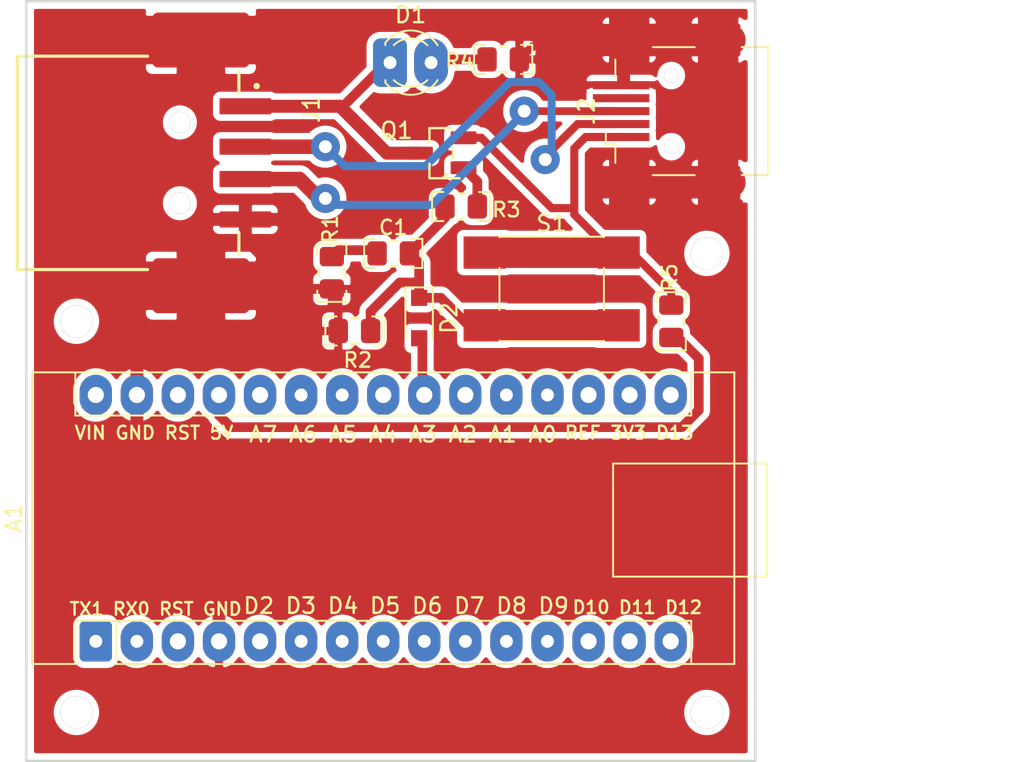
<source format=kicad_pcb>
(kicad_pcb (version 20171130) (host pcbnew "(5.1.10)-1")

  (general
    (thickness 1.6)
    (drawings 4)
    (tracks 94)
    (zones 0)
    (modules 17)
    (nets 39)
  )

  (page A4)
  (layers
    (0 F.Cu signal)
    (31 B.Cu signal)
    (32 B.Adhes user)
    (33 F.Adhes user)
    (34 B.Paste user)
    (35 F.Paste user)
    (36 B.SilkS user)
    (37 F.SilkS user)
    (38 B.Mask user)
    (39 F.Mask user)
    (40 Dwgs.User user)
    (41 Cmts.User user)
    (42 Eco1.User user)
    (43 Eco2.User user)
    (44 Edge.Cuts user)
    (45 Margin user)
    (46 B.CrtYd user)
    (47 F.CrtYd user)
    (48 B.Fab user)
    (49 F.Fab user)
  )

  (setup
    (last_trace_width 0.6)
    (trace_clearance 0.4)
    (zone_clearance 0.4)
    (zone_45_only no)
    (trace_min 0.2)
    (via_size 2)
    (via_drill 0.8)
    (via_min_size 0.4)
    (via_min_drill 0.3)
    (uvia_size 0.3)
    (uvia_drill 0.1)
    (uvias_allowed no)
    (uvia_min_size 0.2)
    (uvia_min_drill 0.1)
    (edge_width 0.15)
    (segment_width 0.2)
    (pcb_text_width 0.3)
    (pcb_text_size 1.5 1.5)
    (mod_edge_width 0.12)
    (mod_text_size 1 1)
    (mod_text_width 0.15)
    (pad_size 1 3.2)
    (pad_drill 0)
    (pad_to_mask_clearance 0)
    (aux_axis_origin 0 0)
    (visible_elements 7FFFFFFF)
    (pcbplotparams
      (layerselection 0x01000_7fffffff)
      (usegerberextensions false)
      (usegerberattributes true)
      (usegerberadvancedattributes true)
      (creategerberjobfile true)
      (excludeedgelayer true)
      (linewidth 0.100000)
      (plotframeref false)
      (viasonmask false)
      (mode 1)
      (useauxorigin false)
      (hpglpennumber 1)
      (hpglpenspeed 20)
      (hpglpendiameter 15.000000)
      (psnegative false)
      (psa4output false)
      (plotreference true)
      (plotvalue true)
      (plotinvisibletext false)
      (padsonsilk false)
      (subtractmaskfromsilk false)
      (outputformat 1)
      (mirror false)
      (drillshape 0)
      (scaleselection 1)
      (outputdirectory "gerb/"))
  )

  (net 0 "")
  (net 1 GND)
  (net 2 +5VD)
  (net 3 "Net-(C1-Pad2)")
  (net 4 "Net-(Q1-PadG)")
  (net 5 /D+)
  (net 6 /D-)
  (net 7 "Net-(A1-Pad22)")
  (net 8 "Net-(C1-Pad1)")
  (net 9 "Net-(D1-PadK)")
  (net 10 "Net-(D1-PadA)")
  (net 11 "Net-(A1-Pad16)")
  (net 12 "Net-(A1-Pad15)")
  (net 13 "Net-(A1-Pad30)")
  (net 14 "Net-(A1-Pad14)")
  (net 15 "Net-(A1-Pad13)")
  (net 16 "Net-(A1-Pad28)")
  (net 17 "Net-(A1-Pad12)")
  (net 18 "Net-(A1-Pad27)")
  (net 19 "Net-(A1-Pad11)")
  (net 20 "Net-(A1-Pad26)")
  (net 21 "Net-(A1-Pad10)")
  (net 22 "Net-(A1-Pad25)")
  (net 23 "Net-(A1-Pad9)")
  (net 24 "Net-(A1-Pad24)")
  (net 25 "Net-(A1-Pad8)")
  (net 26 "Net-(A1-Pad23)")
  (net 27 "Net-(A1-Pad7)")
  (net 28 "Net-(A1-Pad6)")
  (net 29 "Net-(A1-Pad21)")
  (net 30 "Net-(A1-Pad5)")
  (net 31 "Net-(A1-Pad20)")
  (net 32 "Net-(A1-Pad19)")
  (net 33 "Net-(A1-Pad3)")
  (net 34 "Net-(A1-Pad18)")
  (net 35 "Net-(A1-Pad2)")
  (net 36 "Net-(A1-Pad17)")
  (net 37 "Net-(A1-Pad1)")
  (net 38 "Net-(J2-PadID)")

  (net_class Default "This is the default net class."
    (clearance 0.4)
    (trace_width 0.6)
    (via_dia 2)
    (via_drill 0.8)
    (uvia_dia 0.3)
    (uvia_drill 0.1)
    (add_net "Net-(A1-Pad1)")
    (add_net "Net-(A1-Pad10)")
    (add_net "Net-(A1-Pad11)")
    (add_net "Net-(A1-Pad12)")
    (add_net "Net-(A1-Pad13)")
    (add_net "Net-(A1-Pad14)")
    (add_net "Net-(A1-Pad15)")
    (add_net "Net-(A1-Pad16)")
    (add_net "Net-(A1-Pad17)")
    (add_net "Net-(A1-Pad18)")
    (add_net "Net-(A1-Pad19)")
    (add_net "Net-(A1-Pad2)")
    (add_net "Net-(A1-Pad20)")
    (add_net "Net-(A1-Pad21)")
    (add_net "Net-(A1-Pad22)")
    (add_net "Net-(A1-Pad23)")
    (add_net "Net-(A1-Pad24)")
    (add_net "Net-(A1-Pad25)")
    (add_net "Net-(A1-Pad26)")
    (add_net "Net-(A1-Pad27)")
    (add_net "Net-(A1-Pad28)")
    (add_net "Net-(A1-Pad3)")
    (add_net "Net-(A1-Pad30)")
    (add_net "Net-(A1-Pad5)")
    (add_net "Net-(A1-Pad6)")
    (add_net "Net-(A1-Pad7)")
    (add_net "Net-(A1-Pad8)")
    (add_net "Net-(A1-Pad9)")
    (add_net "Net-(C1-Pad1)")
    (add_net "Net-(C1-Pad2)")
    (add_net "Net-(D1-PadA)")
    (add_net "Net-(D1-PadK)")
    (add_net "Net-(J2-PadID)")
    (add_net "Net-(Q1-PadG)")
  )

  (net_class tiny ""
    (clearance 0.28)
    (trace_width 0.5)
    (via_dia 2)
    (via_drill 0.8)
    (uvia_dia 0.3)
    (uvia_drill 0.1)
    (add_net +5VD)
    (add_net GND)
  )

  (net_class usbdata ""
    (clearance 0.28)
    (trace_width 0.5)
    (via_dia 2)
    (via_drill 0.8)
    (uvia_dia 0.3)
    (uvia_drill 0.1)
    (diff_pair_width 0.2)
    (diff_pair_gap 0.3)
    (add_net /D+)
    (add_net /D-)
  )

  (module myFootPrintLibs:Arduino_Nano (layer F.Cu) (tedit 6161F0DD) (tstamp 615FDAD1)
    (at 78.8 88.4 90)
    (descr "Arduino Nano, http://www.mouser.com/pdfdocs/Gravitech_Arduino_Nano3_0.pdf")
    (tags "Arduino Nano")
    (path /615E789E)
    (fp_text reference A1 (at 7.62 -5.08 90) (layer F.SilkS)
      (effects (font (size 1 1) (thickness 0.15)))
    )
    (fp_text value Arduino_Nano_v2.x (at 8.89 19.05 180) (layer F.Fab)
      (effects (font (size 1 1) (thickness 0.15)))
    )
    (fp_line (start 1.27 1.27) (end 1.27 -1.27) (layer F.SilkS) (width 0.12))
    (fp_line (start 1.27 -1.27) (end -1.4 -1.27) (layer F.SilkS) (width 0.12))
    (fp_line (start -1.4 1.27) (end -1.4 39.5) (layer F.SilkS) (width 0.12))
    (fp_line (start -1.4 -3.94) (end -1.4 -1.27) (layer F.SilkS) (width 0.12))
    (fp_line (start 13.97 -1.27) (end 16.64 -1.27) (layer F.SilkS) (width 0.12))
    (fp_line (start 13.97 -1.27) (end 13.97 36.83) (layer F.SilkS) (width 0.12))
    (fp_line (start 13.97 36.83) (end 16.64 36.83) (layer F.SilkS) (width 0.12))
    (fp_line (start 1.27 1.27) (end -1.4 1.27) (layer F.SilkS) (width 0.12))
    (fp_line (start 1.27 1.27) (end 1.27 36.83) (layer F.SilkS) (width 0.12))
    (fp_line (start 1.27 36.83) (end -1.4 36.83) (layer F.SilkS) (width 0.12))
    (fp_line (start 3.81 31.75) (end 11.43 31.75) (layer F.Fab) (width 0.1))
    (fp_line (start 11.43 31.75) (end 11.43 41.91) (layer F.Fab) (width 0.1))
    (fp_line (start 11.43 41.91) (end 3.81 41.91) (layer F.Fab) (width 0.1))
    (fp_line (start 3.81 41.91) (end 3.81 31.75) (layer F.Fab) (width 0.1))
    (fp_line (start -1.4 39.5) (end 16.64 39.5) (layer F.SilkS) (width 0.12))
    (fp_line (start 16.64 39.5) (end 16.64 -3.94) (layer F.SilkS) (width 0.12))
    (fp_line (start 16.64 -3.94) (end -1.4 -3.94) (layer F.SilkS) (width 0.12))
    (fp_line (start 16.51 39.37) (end -1.27 39.37) (layer F.Fab) (width 0.1))
    (fp_line (start -1.27 39.37) (end -1.27 -2.54) (layer F.Fab) (width 0.1))
    (fp_line (start -1.27 -2.54) (end 0 -3.81) (layer F.Fab) (width 0.1))
    (fp_line (start 0 -3.81) (end 16.51 -3.81) (layer F.Fab) (width 0.1))
    (fp_line (start 16.51 -3.81) (end 16.51 39.37) (layer F.Fab) (width 0.1))
    (fp_line (start -1.53 -4.06) (end 16.75 -4.06) (layer F.CrtYd) (width 0.05))
    (fp_line (start -1.53 -4.06) (end -1.53 42.16) (layer F.CrtYd) (width 0.05))
    (fp_line (start 16.75 42.16) (end 16.75 -4.06) (layer F.CrtYd) (width 0.05))
    (fp_line (start 16.75 42.16) (end -1.53 42.16) (layer F.CrtYd) (width 0.05))
    (fp_line (start 4 32) (end 11 32) (layer F.SilkS) (width 0.12))
    (fp_line (start 11 32) (end 11 41.5) (layer F.SilkS) (width 0.12))
    (fp_line (start 11 41.5) (end 4 41.5) (layer F.SilkS) (width 0.12))
    (fp_line (start 4 41.5) (end 4 32) (layer F.SilkS) (width 0.12))
    (fp_text user "D2 D3 D4 D5 D6 D7 D8 D9" (at 2.2 19.2 180) (layer F.SilkS)
      (effects (font (size 0.96 0.96) (thickness 0.15)))
    )
    (fp_text user "D10 D11 D12" (at 2.1 33.5 180) (layer F.SilkS)
      (effects (font (size 0.78 0.78) (thickness 0.15)))
    )
    (fp_text user "REF 3V3 D13" (at 12.9 33) (layer F.SilkS)
      (effects (font (size 0.8 0.8) (thickness 0.15)))
    )
    (fp_text user "A7 A6 A5 A4 A3 A2 A1 A0" (at 12.8 19) (layer F.SilkS)
      (effects (font (size 0.96 0.96) (thickness 0.15)))
    )
    (fp_text user "VIN GND RST 5V" (at 12.9 3.6) (layer F.SilkS)
      (effects (font (size 0.8 0.8) (thickness 0.15)))
    )
    (fp_text user %R (at 6.35 19.05 180) (layer F.Fab)
      (effects (font (size 1 1) (thickness 0.15)))
    )
    (fp_text user "TX1 RX0 RST GND" (at 2 3.7 180) (layer F.SilkS)
      (effects (font (size 0.78 0.78) (thickness 0.15)))
    )
    (pad 1 thru_hole roundrect (at 0 0 90) (size 2.5 2) (drill 0.8) (layers *.Cu *.Mask) (roundrect_rratio 0.15)
      (net 37 "Net-(A1-Pad1)"))
    (pad 17 thru_hole oval (at 15.24 33.02 90) (size 2.5 2) (drill 1) (layers *.Cu *.Mask)
      (net 36 "Net-(A1-Pad17)"))
    (pad 2 thru_hole oval (at 0 2.54 90) (size 2.5 2) (drill 0.8) (layers *.Cu *.Mask)
      (net 35 "Net-(A1-Pad2)"))
    (pad 18 thru_hole oval (at 15.24 30.48 90) (size 2.5 2) (drill 1) (layers *.Cu *.Mask)
      (net 34 "Net-(A1-Pad18)"))
    (pad 3 thru_hole oval (at 0 5.08 90) (size 2.5 2) (drill 1) (layers *.Cu *.Mask)
      (net 33 "Net-(A1-Pad3)"))
    (pad 19 thru_hole oval (at 15.24 27.94 90) (size 2.5 2) (drill 0.8) (layers *.Cu *.Mask)
      (net 32 "Net-(A1-Pad19)"))
    (pad 4 thru_hole oval (at 0 7.62 90) (size 2.5 2) (drill 1) (layers *.Cu *.Mask)
      (net 1 GND))
    (pad 20 thru_hole oval (at 15.24 25.4 90) (size 2.5 2) (drill 0.8) (layers *.Cu *.Mask)
      (net 31 "Net-(A1-Pad20)"))
    (pad 5 thru_hole oval (at 0 10.16 90) (size 2.5 2) (drill 1) (layers *.Cu *.Mask)
      (net 30 "Net-(A1-Pad5)"))
    (pad 21 thru_hole oval (at 15.24 22.86 90) (size 2.5 2) (drill 1) (layers *.Cu *.Mask)
      (net 29 "Net-(A1-Pad21)"))
    (pad 6 thru_hole oval (at 0 12.7 90) (size 2.5 2) (drill 0.8) (layers *.Cu *.Mask)
      (net 28 "Net-(A1-Pad6)"))
    (pad 22 thru_hole oval (at 15.24 20.32 90) (size 2.5 2) (drill 1) (layers *.Cu *.Mask)
      (net 7 "Net-(A1-Pad22)"))
    (pad 7 thru_hole oval (at 0 15.24 90) (size 2.5 2) (drill 0.8) (layers *.Cu *.Mask)
      (net 27 "Net-(A1-Pad7)"))
    (pad 23 thru_hole oval (at 15.24 17.78 90) (size 2.5 2) (drill 1) (layers *.Cu *.Mask)
      (net 26 "Net-(A1-Pad23)"))
    (pad 8 thru_hole oval (at 0 17.78 90) (size 2.5 2) (drill 0.8) (layers *.Cu *.Mask)
      (net 25 "Net-(A1-Pad8)"))
    (pad 24 thru_hole oval (at 15.24 15.24 90) (size 2.5 2) (drill 0.8) (layers *.Cu *.Mask)
      (net 24 "Net-(A1-Pad24)"))
    (pad 9 thru_hole oval (at 0 20.32 90) (size 2.5 2) (drill 0.8) (layers *.Cu *.Mask)
      (net 23 "Net-(A1-Pad9)"))
    (pad 25 thru_hole oval (at 15.24 12.7 90) (size 2.5 2) (drill 0.8) (layers *.Cu *.Mask)
      (net 22 "Net-(A1-Pad25)"))
    (pad 10 thru_hole oval (at 0 22.86 90) (size 2.5 2) (drill 0.8) (layers *.Cu *.Mask)
      (net 21 "Net-(A1-Pad10)"))
    (pad 26 thru_hole oval (at 15.24 10.16 90) (size 2.5 2) (drill 1) (layers *.Cu *.Mask)
      (net 20 "Net-(A1-Pad26)"))
    (pad 11 thru_hole oval (at 0 25.4 90) (size 2.5 2) (drill 0.8) (layers *.Cu *.Mask)
      (net 19 "Net-(A1-Pad11)"))
    (pad 27 thru_hole oval (at 15.24 7.62 90) (size 2.5 2) (drill 1) (layers *.Cu *.Mask)
      (net 18 "Net-(A1-Pad27)"))
    (pad 12 thru_hole oval (at 0 27.94 90) (size 2.5 2) (drill 0.8) (layers *.Cu *.Mask)
      (net 17 "Net-(A1-Pad12)"))
    (pad 28 thru_hole oval (at 15.24 5.08 90) (size 2.5 2) (drill 1) (layers *.Cu *.Mask)
      (net 16 "Net-(A1-Pad28)"))
    (pad 13 thru_hole oval (at 0 30.48 90) (size 2.5 2) (drill 1) (layers *.Cu *.Mask)
      (net 15 "Net-(A1-Pad13)"))
    (pad 29 thru_hole oval (at 15.24 2.54 90) (size 2.5 2) (drill 1) (layers *.Cu *.Mask)
      (net 1 GND))
    (pad 14 thru_hole oval (at 0 33.02 90) (size 2.5 2) (drill 1) (layers *.Cu *.Mask)
      (net 14 "Net-(A1-Pad14)"))
    (pad 30 thru_hole oval (at 15.24 0 90) (size 2.5 2) (drill 1) (layers *.Cu *.Mask)
      (net 13 "Net-(A1-Pad30)"))
    (pad 15 thru_hole oval (at 0 35.56 90) (size 2.5 2) (drill 1) (layers *.Cu *.Mask)
      (net 12 "Net-(A1-Pad15)"))
    (pad 16 thru_hole oval (at 15.24 35.56 90) (size 2.5 2) (drill 1) (layers *.Cu *.Mask)
      (net 11 "Net-(A1-Pad16)"))
    (model ${KISYS3DMOD}/Module.3dshapes/Arduino_Nano_WithMountingHoles.wrl
      (at (xyz 0 0 0))
      (scale (xyz 1 1 1))
      (rotate (xyz 0 0 0))
    )
    (model E:/GitHubRoot/ElectronicDesign/MyKiCadLibs/3D/arduino_nano.x3d
      (at (xyz 0 0 0))
      (scale (xyz 1 1 1))
      (rotate (xyz 0 0 0))
    )
  )

  (module myFootPrintLibs:R_C_0805_2012Metric_Pad1.20x1.50mm_HandSolder (layer F.Cu) (tedit 6141E09D) (tstamp 61626BCE)
    (at 114.4 68.6 270)
    (descr "Resistor SMD 0805 (2012 Metric), square (rectangular) end terminal, IPC_7351 nominal with elongated pad for handsoldering. (Body size source: IPC-SM-782 page 72, https://www.pcb-3d.com/wordpress/wp-content/uploads/ipc-sm-782a_amendment_1_and_2.pdf), generated with kicad-footprint-generator")
    (tags "resistor handsolder")
    (path /616220FD)
    (attr smd)
    (fp_text reference R5 (at -2.7 0.1 90) (layer F.SilkS)
      (effects (font (size 0.9 0.9) (thickness 0.15)))
    )
    (fp_text value 0R (at 2.7 0) (layer F.Fab)
      (effects (font (size 1 1) (thickness 0.15)))
    )
    (fp_line (start -1 0.625) (end -1 -0.625) (layer F.Fab) (width 0.1))
    (fp_line (start -1 -0.625) (end 1 -0.625) (layer F.Fab) (width 0.1))
    (fp_line (start 1 -0.625) (end 1 0.625) (layer F.Fab) (width 0.1))
    (fp_line (start 1 0.625) (end -1 0.625) (layer F.Fab) (width 0.1))
    (fp_line (start -0.227064 -0.8) (end 0.227064 -0.8) (layer F.SilkS) (width 0.15))
    (fp_line (start -0.25 0.8) (end 0.204128 0.8) (layer F.SilkS) (width 0.15))
    (fp_line (start -1.85 0.95) (end -1.85 -0.95) (layer F.CrtYd) (width 0.05))
    (fp_line (start -1.85 -0.95) (end 1.85 -0.95) (layer F.CrtYd) (width 0.05))
    (fp_line (start 1.85 -0.95) (end 1.85 0.95) (layer F.CrtYd) (width 0.05))
    (fp_line (start 1.85 0.95) (end -1.85 0.95) (layer F.CrtYd) (width 0.05))
    (fp_line (start -1.1 -0.9) (end -1.8 -0.9) (layer F.SilkS) (width 0.12))
    (fp_line (start -1.8 -0.9) (end -1.8 0.9) (layer F.SilkS) (width 0.12))
    (fp_line (start -1.8 0.9) (end -1.1 0.9) (layer F.SilkS) (width 0.12))
    (fp_line (start 1.8 -0.9) (end 1.1 -0.9) (layer F.SilkS) (width 0.12))
    (fp_line (start 1.8 0.9) (end 1.1 0.9) (layer F.SilkS) (width 0.12))
    (fp_line (start 1.8 -0.9) (end 1.8 0.9) (layer F.SilkS) (width 0.12))
    (fp_text user %R (at 0 0 270) (layer F.Fab)
      (effects (font (size 0.5 0.5) (thickness 0.08)))
    )
    (pad 1 smd roundrect (at -1 0 270) (size 1.2 1.5) (layers F.Cu F.Paste F.Mask) (roundrect_rratio 0.208)
      (net 2 +5VD) (solder_mask_margin 0.05))
    (pad 2 smd roundrect (at 1 0 270) (size 1.2 1.5) (layers F.Cu F.Paste F.Mask) (roundrect_rratio 0.208)
      (net 18 "Net-(A1-Pad27)") (solder_mask_margin 0.05))
    (model ${KISYS3DMOD}/Resistor_SMD.3dshapes/R_0805_2012Metric.wrl
      (at (xyz 0 0 0))
      (scale (xyz 1 1 1))
      (rotate (xyz 0 0 0))
    )
  )

  (module myFootPrintLibs:MountingHole_2.0mm (layer F.Cu) (tedit 6146326C) (tstamp 6162580C)
    (at 116.6 92.8)
    (descr "Mounting Hole 2.1mm, no annular")
    (tags "mounting hole 2.1mm no annular")
    (attr virtual)
    (fp_text reference REF** (at 1.6 -1.6) (layer F.SilkS) hide
      (effects (font (size 0.2 0.2) (thickness 0.01)))
    )
    (fp_text value MountHole_2.0mm (at 0.1 -2.1) (layer F.Fab) hide
      (effects (font (size 0.2 0.2) (thickness 0.02)))
    )
    (fp_circle (center 0 0) (end 1.8 0) (layer F.CrtYd) (width 0.05))
    (fp_circle (center 0 0) (end 1.65 0) (layer Cmts.User) (width 0.15))
    (pad "" thru_hole circle (at 0 0) (size 2 2) (drill 2) (layers *.Cu *.Mask))
  )

  (module myFootPrintLibs:MountingHole_2.0mm (layer F.Cu) (tedit 6146326C) (tstamp 61625800)
    (at 77.6 92.8)
    (descr "Mounting Hole 2.1mm, no annular")
    (tags "mounting hole 2.1mm no annular")
    (attr virtual)
    (fp_text reference REF** (at 1.6 -1.6) (layer F.SilkS) hide
      (effects (font (size 0.2 0.2) (thickness 0.01)))
    )
    (fp_text value MountHole_2.0mm (at 0.1 -2.1) (layer F.Fab) hide
      (effects (font (size 0.2 0.2) (thickness 0.02)))
    )
    (fp_circle (center 0 0) (end 1.65 0) (layer Cmts.User) (width 0.15))
    (fp_circle (center 0 0) (end 1.8 0) (layer F.CrtYd) (width 0.05))
    (pad "" thru_hole circle (at 0 0) (size 2 2) (drill 2) (layers *.Cu *.Mask))
  )

  (module myFootPrintLibs:MountingHole_2.0mm (layer F.Cu) (tedit 6146326C) (tstamp 616253CF)
    (at 77.6 68.6)
    (descr "Mounting Hole 2.1mm, no annular")
    (tags "mounting hole 2.1mm no annular")
    (attr virtual)
    (fp_text reference REF** (at 1.6 -1.6) (layer F.SilkS) hide
      (effects (font (size 0.2 0.2) (thickness 0.01)))
    )
    (fp_text value MountHole_2.0mm (at 0.1 -2.1) (layer F.Fab) hide
      (effects (font (size 0.2 0.2) (thickness 0.02)))
    )
    (fp_circle (center 0 0) (end 1.8 0) (layer F.CrtYd) (width 0.05))
    (fp_circle (center 0 0) (end 1.65 0) (layer Cmts.User) (width 0.15))
    (pad "" thru_hole circle (at 0 0) (size 2 2) (drill 2) (layers *.Cu *.Mask))
  )

  (module myFootPrintLibs:MountingHole_2.0mm (layer F.Cu) (tedit 6146326C) (tstamp 61625370)
    (at 116.6 64.4)
    (descr "Mounting Hole 2.1mm, no annular")
    (tags "mounting hole 2.1mm no annular")
    (attr virtual)
    (fp_text reference REF** (at 1.6 -1.6) (layer F.SilkS) hide
      (effects (font (size 0.2 0.2) (thickness 0.01)))
    )
    (fp_text value MountHole_2.0mm (at 0.1 -2.1) (layer F.Fab) hide
      (effects (font (size 0.2 0.2) (thickness 0.02)))
    )
    (fp_circle (center 0 0) (end 1.65 0) (layer Cmts.User) (width 0.15))
    (fp_circle (center 0 0) (end 1.8 0) (layer F.CrtYd) (width 0.05))
    (pad "" thru_hole circle (at 0 0) (size 2 2) (drill 2) (layers *.Cu *.Mask))
  )

  (module myFootPrintLibs:SW_Push_1P1T_NO_6x6mm_H9.5mm (layer F.Cu) (tedit 6161E753) (tstamp 6161DA3A)
    (at 107 66.6)
    (descr "tactile push button, 6x6mm e.g. PTS645xx series, height=9.5mm")
    (tags "tact sw push 6mm smd")
    (path /61624BD7)
    (attr smd)
    (fp_text reference S1 (at 0 -4.05) (layer F.SilkS)
      (effects (font (size 1 1) (thickness 0.15)))
    )
    (fp_text value MOMENTARY-SWITCH-SPST-PTH-6.0MM (at 14 0.6) (layer F.Fab)
      (effects (font (size 1 1) (thickness 0.15)))
    )
    (fp_circle (center 0 0) (end 1.75 -0.05) (layer F.Fab) (width 0.1))
    (fp_line (start -3.23 3.23) (end 3.23 3.23) (layer F.SilkS) (width 0.12))
    (fp_line (start -3.23 -1.3) (end -3.23 1.3) (layer F.SilkS) (width 0.12))
    (fp_line (start -3.23 -3.23) (end 3.23 -3.23) (layer F.SilkS) (width 0.12))
    (fp_line (start 3.23 -1.3) (end 3.23 1.3) (layer F.SilkS) (width 0.12))
    (fp_line (start -3.23 -3.2) (end -3.23 -3.23) (layer F.SilkS) (width 0.12))
    (fp_line (start -3.23 3.23) (end -3.23 3.2) (layer F.SilkS) (width 0.12))
    (fp_line (start 3.23 3.23) (end 3.23 3.2) (layer F.SilkS) (width 0.12))
    (fp_line (start 3.23 -3.23) (end 3.23 -3.2) (layer F.SilkS) (width 0.12))
    (fp_line (start -5 -3.25) (end 5 -3.25) (layer F.CrtYd) (width 0.05))
    (fp_line (start -5 3.25) (end 5 3.25) (layer F.CrtYd) (width 0.05))
    (fp_line (start -5 -3.25) (end -5 3.25) (layer F.CrtYd) (width 0.05))
    (fp_line (start 5 3.25) (end 5 -3.25) (layer F.CrtYd) (width 0.05))
    (fp_line (start 3 -3) (end -3 -3) (layer F.Fab) (width 0.1))
    (fp_line (start 3 3) (end 3 -3) (layer F.Fab) (width 0.1))
    (fp_line (start -3 3) (end 3 3) (layer F.Fab) (width 0.1))
    (fp_line (start -3 -3) (end -3 3) (layer F.Fab) (width 0.1))
    (fp_text user %R (at 0 -4.05) (layer F.Fab)
      (effects (font (size 1 1) (thickness 0.15)))
    )
    (pad 2 smd rect (at 4.15 2.25) (size 2.6 2) (layers F.Cu F.Paste F.Mask)
      (net 8 "Net-(C1-Pad1)"))
    (pad 1 smd rect (at 4.15 -2.25) (size 2.6 2) (layers F.Cu F.Paste F.Mask)
      (net 2 +5VD))
    (pad 1 smd rect (at -4.15 -2.25) (size 2.6 2) (layers F.Cu F.Paste F.Mask)
      (net 2 +5VD))
    (pad 2 smd rect (at -4.15 2.25) (size 2.6 2) (layers F.Cu F.Paste F.Mask)
      (net 8 "Net-(C1-Pad1)"))
    (model ${KISYS3DMOD}/Button_Switch_SMD.3dshapes/SW_PUSH_6mm_H9.5mm.wrl
      (at (xyz 0 0 0))
      (scale (xyz 1 1 1))
      (rotate (xyz 0 0 0))
    )
  )

  (module myFootPrintLibs:SAMTEC_USB-A-S-X-X-SM2 (layer F.Cu) (tedit 6161EF93) (tstamp 61604C46)
    (at 84 58.8 270)
    (path /61644F62)
    (fp_text reference J1 (at -3.325 -8.135 270) (layer F.SilkS)
      (effects (font (size 1 1) (thickness 0.15)))
    )
    (fp_text value USB_A (at 7.47 -6.635 270) (layer F.Fab)
      (effects (font (size 1 1) (thickness 0.15)))
    )
    (fp_line (start 6.6 10.05) (end -6.6 10.05) (layer F.Fab) (width 0.1))
    (fp_line (start -6.6 10.05) (end -6.6 -3.65) (layer F.Fab) (width 0.1))
    (fp_line (start -6.6 -3.65) (end 6.6 -3.65) (layer F.Fab) (width 0.1))
    (fp_line (start 6.6 -3.65) (end 6.6 10.05) (layer F.Fab) (width 0.1))
    (fp_line (start -6.6 10.05) (end -6.6 2) (layer F.SilkS) (width 0.2))
    (fp_line (start 6.6 2) (end 6.6 10.05) (layer F.SilkS) (width 0.2))
    (fp_line (start 6.6 10.05) (end -6.6 10.05) (layer F.SilkS) (width 0.2))
    (fp_line (start 6.85 10.3) (end -6.85 10.3) (layer F.CrtYd) (width 0.05))
    (fp_line (start -6.85 10.3) (end -6.85 1.15) (layer F.CrtYd) (width 0.05))
    (fp_line (start -6.85 1.15) (end -8.75 1.15) (layer F.CrtYd) (width 0.05))
    (fp_line (start -8.75 1.15) (end -8.75 -5.5) (layer F.CrtYd) (width 0.05))
    (fp_line (start -8.75 -5.5) (end 8.75 -5.5) (layer F.CrtYd) (width 0.05))
    (fp_line (start 8.75 -5.5) (end 8.75 1.15) (layer F.CrtYd) (width 0.05))
    (fp_line (start 8.75 1.15) (end 6.85 1.15) (layer F.CrtYd) (width 0.05))
    (fp_line (start 6.85 1.15) (end 6.85 10.3) (layer F.CrtYd) (width 0.05))
    (fp_circle (center -4.75 -4.75) (end -4.65 -4.75) (layer F.SilkS) (width 0.2))
    (fp_circle (center -4.75 -4.75) (end -4.65 -4.75) (layer F.Fab) (width 0.2))
    (fp_line (start -5.65 -3.65) (end -4.3 -3.65) (layer F.SilkS) (width 0.2))
    (fp_line (start 4.3 -3.65) (end 5.65 -3.65) (layer F.SilkS) (width 0.2))
    (fp_text user PCB-EDGE (at -3.5 9.5 270) (layer F.Fab)
      (effects (font (size 0.8 0.8) (thickness 0.15)))
    )
    (pad None thru_hole circle (at -2.5 0 270) (size 1.3 1.3) (drill 1.3) (layers *.Cu *.Mask))
    (pad None thru_hole circle (at 2.5 0 270) (size 1.3 1.3) (drill 1.3) (layers *.Cu *.Mask))
    (pad 4 smd roundrect (at 3.5 -4.05 270) (size 1 3.2) (layers F.Cu F.Paste F.Mask) (roundrect_rratio 0.06)
      (net 1 GND) (zone_connect 1) (thermal_width 0.8))
    (pad 2 smd roundrect (at -1 -4.05 270) (size 1 3.2) (layers F.Cu F.Paste F.Mask) (roundrect_rratio 0.06)
      (net 6 /D-))
    (pad 1 smd roundrect (at -3.5 -4.05 270) (size 1 3.2) (layers F.Cu F.Paste F.Mask) (roundrect_rratio 0.06)
      (net 10 "Net-(D1-PadA)"))
    (pad 3 smd roundrect (at 1 -4.05 270) (size 1 3.2) (layers F.Cu F.Paste F.Mask) (roundrect_rratio 0.06)
      (net 5 /D+))
    (pad 6 smd roundrect (at -7.6 -1.3 270) (size 3.4 6) (layers F.Cu F.Paste F.Mask) (roundrect_rratio 0.1)
      (net 1 GND) (zone_connect 1) (thermal_width 3))
    (pad 5 smd roundrect (at 7.6 -1.3 270) (size 3.4 6) (layers F.Cu F.Paste F.Mask) (roundrect_rratio 0.1)
      (net 1 GND) (zone_connect 1) (thermal_width 3))
    (model E:/GitHubRoot/ElectronicDesign/MyKiCadLibs/3D/USB-A-S-X-X-SM2.step
      (offset (xyz 0 -3.2 1.5))
      (scale (xyz 1 1 1))
      (rotate (xyz -90 0 0))
    )
  )

  (module Diode_SMD:D_SOD-323_HandSoldering (layer F.Cu) (tedit 58641869) (tstamp 6161D8BD)
    (at 98.8 68.4 270)
    (descr SOD-323)
    (tags SOD-323)
    (path /61632E88)
    (attr smd)
    (fp_text reference D2 (at 0 -1.85 90) (layer F.SilkS)
      (effects (font (size 1 1) (thickness 0.15)))
    )
    (fp_text value 1N4007 (at 0.1 1.9 90) (layer F.Fab)
      (effects (font (size 1 1) (thickness 0.15)))
    )
    (fp_line (start -1.9 -0.85) (end 1.25 -0.85) (layer F.SilkS) (width 0.12))
    (fp_line (start -1.9 0.85) (end 1.25 0.85) (layer F.SilkS) (width 0.12))
    (fp_line (start -2 -0.95) (end -2 0.95) (layer F.CrtYd) (width 0.05))
    (fp_line (start -2 0.95) (end 2 0.95) (layer F.CrtYd) (width 0.05))
    (fp_line (start 2 -0.95) (end 2 0.95) (layer F.CrtYd) (width 0.05))
    (fp_line (start -2 -0.95) (end 2 -0.95) (layer F.CrtYd) (width 0.05))
    (fp_line (start -0.9 -0.7) (end 0.9 -0.7) (layer F.Fab) (width 0.1))
    (fp_line (start 0.9 -0.7) (end 0.9 0.7) (layer F.Fab) (width 0.1))
    (fp_line (start 0.9 0.7) (end -0.9 0.7) (layer F.Fab) (width 0.1))
    (fp_line (start -0.9 0.7) (end -0.9 -0.7) (layer F.Fab) (width 0.1))
    (fp_line (start -0.3 -0.35) (end -0.3 0.35) (layer F.Fab) (width 0.1))
    (fp_line (start -0.3 0) (end -0.5 0) (layer F.Fab) (width 0.1))
    (fp_line (start -0.3 0) (end 0.2 -0.35) (layer F.Fab) (width 0.1))
    (fp_line (start 0.2 -0.35) (end 0.2 0.35) (layer F.Fab) (width 0.1))
    (fp_line (start 0.2 0.35) (end -0.3 0) (layer F.Fab) (width 0.1))
    (fp_line (start 0.2 0) (end 0.45 0) (layer F.Fab) (width 0.1))
    (fp_line (start -1.9 -0.85) (end -1.9 0.85) (layer F.SilkS) (width 0.12))
    (fp_text user %R (at 0 -1.85 90) (layer F.Fab)
      (effects (font (size 1 1) (thickness 0.15)))
    )
    (pad 2 smd rect (at 1.25 0 270) (size 1 1) (layers F.Cu F.Paste F.Mask)
      (net 7 "Net-(A1-Pad22)"))
    (pad 1 smd rect (at -1.25 0 270) (size 1 1) (layers F.Cu F.Paste F.Mask)
      (net 8 "Net-(C1-Pad1)"))
    (model ${KISYS3DMOD}/Diode_SMD.3dshapes/D_SOD-323.wrl
      (at (xyz 0 0 0))
      (scale (xyz 1 1 1))
      (rotate (xyz 0 0 0))
    )
  )

  (module myFootPrintLibs:LED_D3.0mm (layer F.Cu) (tedit 612A74D0) (tstamp 61624B6E)
    (at 97 52.6)
    (descr "LED, diameter 3.0mm, 2 pins")
    (tags "LED diameter 3.0mm 2 pins")
    (path /6161E91D)
    (fp_text reference D1 (at 1.27 -2.96) (layer F.SilkS)
      (effects (font (size 1 1) (thickness 0.15)))
    )
    (fp_text value LED (at 1.27 2.96) (layer F.Fab) hide
      (effects (font (size 1 1) (thickness 0.15)))
    )
    (fp_line (start 3.7 -2.25) (end -1.15 -2.25) (layer F.CrtYd) (width 0.05))
    (fp_line (start 3.7 2.25) (end 3.7 -2.25) (layer F.CrtYd) (width 0.05))
    (fp_line (start -1.15 2.25) (end 3.7 2.25) (layer F.CrtYd) (width 0.05))
    (fp_line (start -1.15 -2.25) (end -1.15 2.25) (layer F.CrtYd) (width 0.05))
    (fp_line (start -0.29 1.08) (end -0.29 1.236) (layer F.SilkS) (width 0.12))
    (fp_line (start -0.29 -1.236) (end -0.29 -1.08) (layer F.SilkS) (width 0.12))
    (fp_line (start -0.23 -1.16619) (end -0.23 1.16619) (layer F.Fab) (width 0.1))
    (fp_circle (center 1.27 0) (end 2.77 0) (layer F.Fab) (width 0.1))
    (fp_arc (start 1.27 0) (end 0.229039 1.08) (angle -87.9) (layer F.SilkS) (width 0.12))
    (fp_arc (start 1.27 0) (end 0.229039 -1.08) (angle 87.9) (layer F.SilkS) (width 0.12))
    (fp_arc (start 1.27 0) (end -0.29 1.235516) (angle -108.8) (layer F.SilkS) (width 0.12))
    (fp_arc (start 1.27 0) (end -0.29 -1.235516) (angle 108.8) (layer F.SilkS) (width 0.12))
    (fp_arc (start 1.27 0) (end -0.23 -1.16619) (angle 284.3) (layer F.Fab) (width 0.1))
    (pad K thru_hole oval (at 2.54 0) (size 2.1 3) (drill 0.8) (layers *.Cu *.Mask)
      (net 9 "Net-(D1-PadK)"))
    (pad A thru_hole roundrect (at 0 0) (size 2.1 3) (drill 0.8) (layers *.Cu *.Mask) (roundrect_rratio 0.22)
      (net 10 "Net-(D1-PadA)"))
    (model ${KISYS3DMOD}/LED_THT.3dshapes/LED_D3.0mm.wrl
      (at (xyz 0 0 0))
      (scale (xyz 1 1 1))
      (rotate (xyz 0 0 0))
    )
  )

  (module myFootPrintLibs:R_C_0805_2012Metric_Pad1.20x1.50mm_HandSolder (layer F.Cu) (tedit 6141E09D) (tstamp 6161DA20)
    (at 104 52.4)
    (descr "Resistor SMD 0805 (2012 Metric), square (rectangular) end terminal, IPC_7351 nominal with elongated pad for handsoldering. (Body size source: IPC-SM-782 page 72, https://www.pcb-3d.com/wordpress/wp-content/uploads/ipc-sm-782a_amendment_1_and_2.pdf), generated with kicad-footprint-generator")
    (tags "resistor handsolder")
    (path /61621A0E)
    (attr smd)
    (fp_text reference R4 (at -2.7 0.1) (layer F.SilkS)
      (effects (font (size 0.9 0.9) (thickness 0.15)))
    )
    (fp_text value 2k (at 2.7 0 90) (layer F.Fab)
      (effects (font (size 1 1) (thickness 0.15)))
    )
    (fp_line (start -1 0.625) (end -1 -0.625) (layer F.Fab) (width 0.1))
    (fp_line (start -1 -0.625) (end 1 -0.625) (layer F.Fab) (width 0.1))
    (fp_line (start 1 -0.625) (end 1 0.625) (layer F.Fab) (width 0.1))
    (fp_line (start 1 0.625) (end -1 0.625) (layer F.Fab) (width 0.1))
    (fp_line (start -0.227064 -0.8) (end 0.227064 -0.8) (layer F.SilkS) (width 0.15))
    (fp_line (start -0.25 0.8) (end 0.204128 0.8) (layer F.SilkS) (width 0.15))
    (fp_line (start -1.85 0.95) (end -1.85 -0.95) (layer F.CrtYd) (width 0.05))
    (fp_line (start -1.85 -0.95) (end 1.85 -0.95) (layer F.CrtYd) (width 0.05))
    (fp_line (start 1.85 -0.95) (end 1.85 0.95) (layer F.CrtYd) (width 0.05))
    (fp_line (start 1.85 0.95) (end -1.85 0.95) (layer F.CrtYd) (width 0.05))
    (fp_line (start -1.1 -0.9) (end -1.8 -0.9) (layer F.SilkS) (width 0.12))
    (fp_line (start -1.8 -0.9) (end -1.8 0.9) (layer F.SilkS) (width 0.12))
    (fp_line (start -1.8 0.9) (end -1.1 0.9) (layer F.SilkS) (width 0.12))
    (fp_line (start 1.8 -0.9) (end 1.1 -0.9) (layer F.SilkS) (width 0.12))
    (fp_line (start 1.8 0.9) (end 1.1 0.9) (layer F.SilkS) (width 0.12))
    (fp_line (start 1.8 -0.9) (end 1.8 0.9) (layer F.SilkS) (width 0.12))
    (fp_text user %R (at 0 0 -180) (layer F.Fab)
      (effects (font (size 0.5 0.5) (thickness 0.08)))
    )
    (pad 1 smd roundrect (at -1 0) (size 1.2 1.5) (layers F.Cu F.Paste F.Mask) (roundrect_rratio 0.208)
      (net 9 "Net-(D1-PadK)") (solder_mask_margin 0.05))
    (pad 2 smd roundrect (at 1 0) (size 1.2 1.5) (layers F.Cu F.Paste F.Mask) (roundrect_rratio 0.208)
      (net 1 GND) (solder_mask_margin 0.05))
    (model ${KISYS3DMOD}/Resistor_SMD.3dshapes/R_0805_2012Metric.wrl
      (at (xyz 0 0 0))
      (scale (xyz 1 1 1))
      (rotate (xyz 0 0 0))
    )
  )

  (module myFootPrintLibs:USB_Mini-B_Wuerth_65100516121_Horizontal (layer F.Cu) (tedit 6161DAE6) (tstamp 615F16ED)
    (at 114.4 55.6 90)
    (descr "Mini USB 2.0 Type B SMT Horizontal 5 Contacts (https://katalog.we-online.de/em/datasheet/65100516121.pdf)")
    (tags "Mini USB 2.0 Type B")
    (path /616698AD)
    (attr smd)
    (fp_text reference J2 (at 0 -5.25 90) (layer F.SilkS)
      (effects (font (size 1 1) (thickness 0.15)))
    )
    (fp_text value USB_MINI-B_SMT (at 0 7.35 90) (layer F.Fab)
      (effects (font (size 1 1) (thickness 0.15)))
    )
    (fp_line (start -3.85 -3.35) (end -1.9 -3.35) (layer F.Fab) (width 0.1))
    (fp_line (start 3.85 -3.35) (end 3.85 5.9) (layer F.Fab) (width 0.1))
    (fp_line (start 3.85 5.9) (end -3.85 5.9) (layer F.Fab) (width 0.1))
    (fp_line (start -3.85 5.9) (end -3.85 -3.35) (layer F.Fab) (width 0.1))
    (fp_line (start -3.96 1.45) (end -3.96 -1.15) (layer F.SilkS) (width 0.12))
    (fp_line (start 3.96 -1.15) (end 3.96 1.45) (layer F.SilkS) (width 0.12))
    (fp_line (start -3.2 -3.46) (end -2.05 -3.46) (layer F.SilkS) (width 0.12))
    (fp_line (start -2.05 -3.46) (end -2.05 -4.05) (layer F.SilkS) (width 0.12))
    (fp_line (start -2.05 -4.05) (end -1.35 -4.05) (layer F.SilkS) (width 0.12))
    (fp_line (start 2.05 -3.46) (end 3.2 -3.46) (layer F.SilkS) (width 0.12))
    (fp_line (start -3.96 4.35) (end -3.96 6.01) (layer F.SilkS) (width 0.12))
    (fp_line (start -3.96 6.01) (end 3.96 6.01) (layer F.SilkS) (width 0.12))
    (fp_line (start 3.96 6.01) (end 3.96 4.35) (layer F.SilkS) (width 0.12))
    (fp_line (start -5.9 -0.85) (end -5.9 -4.35) (layer F.CrtYd) (width 0.05))
    (fp_line (start -5.9 -4.35) (end 5.9 -4.35) (layer F.CrtYd) (width 0.05))
    (fp_line (start 5.9 -4.35) (end 5.9 -0.85) (layer F.CrtYd) (width 0.05))
    (fp_line (start 4.35 6.4) (end -4.35 6.4) (layer F.CrtYd) (width 0.05))
    (fp_line (start -1.9 -3.35) (end -1.6 -2.85) (layer F.Fab) (width 0.1))
    (fp_line (start -1.6 -2.85) (end -1.3 -3.35) (layer F.Fab) (width 0.1))
    (fp_line (start -1.3 -3.35) (end 3.85 -3.35) (layer F.Fab) (width 0.1))
    (fp_line (start -4.35 6.4) (end -4.35 4.65) (layer F.CrtYd) (width 0.05))
    (fp_line (start 4.35 4.65) (end 4.35 6.4) (layer F.CrtYd) (width 0.05))
    (fp_line (start -4.35 1.15) (end -4.35 -0.85) (layer F.CrtYd) (width 0.05))
    (fp_line (start 4.35 -0.85) (end 4.35 1.15) (layer F.CrtYd) (width 0.05))
    (fp_line (start 5.9 4.65) (end 4.35 4.65) (layer F.CrtYd) (width 0.05))
    (fp_line (start 4.35 1.15) (end 5.9 1.15) (layer F.CrtYd) (width 0.05))
    (fp_line (start 5.9 -0.85) (end 4.35 -0.85) (layer F.CrtYd) (width 0.05))
    (fp_line (start 5.9 1.15) (end 5.9 4.65) (layer F.CrtYd) (width 0.05))
    (fp_line (start -4.35 4.65) (end -5.89 4.65) (layer F.CrtYd) (width 0.05))
    (fp_line (start -5.9 1.15) (end -4.35 1.15) (layer F.CrtYd) (width 0.05))
    (fp_line (start -4.35 -0.85) (end -5.9 -0.85) (layer F.CrtYd) (width 0.05))
    (fp_line (start -5.89 4.65) (end -5.9 1.15) (layer F.CrtYd) (width 0.05))
    (fp_text user %R (at 0 0 90) (layer F.Fab)
      (effects (font (size 1 1) (thickness 0.15)))
    )
    (pad "" thru_hole circle (at 2.2 0 90) (size 0.9 0.9) (drill 0.9) (layers *.Cu *.Mask))
    (pad "" thru_hole circle (at -2.2 0 90) (size 0.9 0.9) (drill 0.9) (layers *.Cu *.Mask))
    (pad GND smd rect (at 1.6 -3.1 90) (size 0.5 3.5) (layers F.Cu F.Paste F.Mask)
      (net 1 GND) (clearance 0.26))
    (pad ID smd rect (at 0.8 -3.1 90) (size 0.5 3.5) (layers F.Cu F.Paste F.Mask)
      (net 38 "Net-(J2-PadID)") (clearance 0.25))
    (pad D+ smd rect (at 0 -3.1 90) (size 0.5 3.5) (layers F.Cu F.Paste F.Mask)
      (net 5 /D+) (clearance 0.25))
    (pad D- smd rect (at -0.8 -3.1 90) (size 0.5 3.5) (layers F.Cu F.Paste F.Mask)
      (net 6 /D-) (clearance 0.25))
    (pad VBUS smd rect (at -1.6 -3.1 90) (size 0.5 3.5) (layers F.Cu F.Paste F.Mask)
      (net 2 +5VD) (clearance 0.25))
    (pad S3 smd rect (at 4.4 -2.6 90) (size 2 2.5) (layers F.Cu F.Paste F.Mask)
      (net 1 GND) (zone_connect 1) (thermal_width 3))
    (pad S1 smd rect (at -4.4 -2.6 90) (size 2 2.5) (layers F.Cu F.Paste F.Mask)
      (net 1 GND) (zone_connect 1) (thermal_width 3))
    (pad S4 smd rect (at 4.4 2.9 90) (size 2 2.5) (layers F.Cu F.Paste F.Mask)
      (net 1 GND) (zone_connect 1) (thermal_width 3))
    (pad S2 smd rect (at -4.4 2.9 90) (size 2 2.5) (layers F.Cu F.Paste F.Mask)
      (net 1 GND) (zone_connect 1) (thermal_width 3))
    (model ${KISYS3DMOD}/Connector_USB.3dshapes/USB_Mini-B_Wuerth_65100516121_Horizontal.wrl
      (at (xyz 0 0 0))
      (scale (xyz 1 1 1))
      (rotate (xyz 0 0 0))
    )
    (model E:/GitHubRoot/ElectronicDesign/MyKiCadLibs/3D/mini_usb.stp
      (offset (xyz 0 -4 0))
      (scale (xyz 1 1 1))
      (rotate (xyz -90 0 0))
    )
  )

  (module myFootPrintLibs:R_C_0805_2012Metric_Pad1.20x1.50mm_HandSolder (layer F.Cu) (tedit 6141E09D) (tstamp 615E87C0)
    (at 101.4 61.5 180)
    (descr "Resistor SMD 0805 (2012 Metric), square (rectangular) end terminal, IPC_7351 nominal with elongated pad for handsoldering. (Body size source: IPC-SM-782 page 72, https://www.pcb-3d.com/wordpress/wp-content/uploads/ipc-sm-782a_amendment_1_and_2.pdf), generated with kicad-footprint-generator")
    (tags "resistor handsolder")
    (path /6161B408)
    (attr smd)
    (fp_text reference R3 (at -2.8 -0.2) (layer F.SilkS)
      (effects (font (size 0.9 0.9) (thickness 0.15)))
    )
    (fp_text value 100 (at -0.2 -2 180) (layer F.Fab)
      (effects (font (size 1 1) (thickness 0.15)))
    )
    (fp_line (start 1.8 -0.9) (end 1.8 0.9) (layer F.SilkS) (width 0.12))
    (fp_line (start 1.8 0.9) (end 1.1 0.9) (layer F.SilkS) (width 0.12))
    (fp_line (start 1.8 -0.9) (end 1.1 -0.9) (layer F.SilkS) (width 0.12))
    (fp_line (start -1.8 0.9) (end -1.1 0.9) (layer F.SilkS) (width 0.12))
    (fp_line (start -1.8 -0.9) (end -1.8 0.9) (layer F.SilkS) (width 0.12))
    (fp_line (start -1.1 -0.9) (end -1.8 -0.9) (layer F.SilkS) (width 0.12))
    (fp_line (start 1.85 0.95) (end -1.85 0.95) (layer F.CrtYd) (width 0.05))
    (fp_line (start 1.85 -0.95) (end 1.85 0.95) (layer F.CrtYd) (width 0.05))
    (fp_line (start -1.85 -0.95) (end 1.85 -0.95) (layer F.CrtYd) (width 0.05))
    (fp_line (start -1.85 0.95) (end -1.85 -0.95) (layer F.CrtYd) (width 0.05))
    (fp_line (start -0.25 0.8) (end 0.204128 0.8) (layer F.SilkS) (width 0.15))
    (fp_line (start -0.227064 -0.8) (end 0.227064 -0.8) (layer F.SilkS) (width 0.15))
    (fp_line (start 1 0.625) (end -1 0.625) (layer F.Fab) (width 0.1))
    (fp_line (start 1 -0.625) (end 1 0.625) (layer F.Fab) (width 0.1))
    (fp_line (start -1 -0.625) (end 1 -0.625) (layer F.Fab) (width 0.1))
    (fp_line (start -1 0.625) (end -1 -0.625) (layer F.Fab) (width 0.1))
    (fp_text user %R (at 0 0 180) (layer F.Fab)
      (effects (font (size 0.5 0.5) (thickness 0.08)))
    )
    (pad 1 smd roundrect (at -1 0 180) (size 1.2 1.5) (layers F.Cu F.Paste F.Mask) (roundrect_rratio 0.208)
      (net 4 "Net-(Q1-PadG)") (solder_mask_margin 0.05))
    (pad 2 smd roundrect (at 1 0 180) (size 1.2 1.5) (layers F.Cu F.Paste F.Mask) (roundrect_rratio 0.208)
      (net 8 "Net-(C1-Pad1)") (solder_mask_margin 0.05))
    (model ${KISYS3DMOD}/Resistor_SMD.3dshapes/R_0805_2012Metric.wrl
      (at (xyz 0 0 0))
      (scale (xyz 1 1 1))
      (rotate (xyz 0 0 0))
    )
  )

  (module myFootPrintLibs:R_C_0805_2012Metric_Pad1.20x1.50mm_HandSolder (layer F.Cu) (tedit 6141E09D) (tstamp 615E87A9)
    (at 94.8 69.2 180)
    (descr "Resistor SMD 0805 (2012 Metric), square (rectangular) end terminal, IPC_7351 nominal with elongated pad for handsoldering. (Body size source: IPC-SM-782 page 72, https://www.pcb-3d.com/wordpress/wp-content/uploads/ipc-sm-782a_amendment_1_and_2.pdf), generated with kicad-footprint-generator")
    (tags "resistor handsolder")
    (path /6161E179)
    (attr smd)
    (fp_text reference R2 (at -0.2 -1.8) (layer F.SilkS)
      (effects (font (size 0.9 0.9) (thickness 0.15)))
    )
    (fp_text value 10k (at 0 -2 180) (layer F.Fab)
      (effects (font (size 1 1) (thickness 0.15)))
    )
    (fp_line (start 1.8 -0.9) (end 1.8 0.9) (layer F.SilkS) (width 0.12))
    (fp_line (start 1.8 0.9) (end 1.1 0.9) (layer F.SilkS) (width 0.12))
    (fp_line (start 1.8 -0.9) (end 1.1 -0.9) (layer F.SilkS) (width 0.12))
    (fp_line (start -1.8 0.9) (end -1.1 0.9) (layer F.SilkS) (width 0.12))
    (fp_line (start -1.8 -0.9) (end -1.8 0.9) (layer F.SilkS) (width 0.12))
    (fp_line (start -1.1 -0.9) (end -1.8 -0.9) (layer F.SilkS) (width 0.12))
    (fp_line (start 1.85 0.95) (end -1.85 0.95) (layer F.CrtYd) (width 0.05))
    (fp_line (start 1.85 -0.95) (end 1.85 0.95) (layer F.CrtYd) (width 0.05))
    (fp_line (start -1.85 -0.95) (end 1.85 -0.95) (layer F.CrtYd) (width 0.05))
    (fp_line (start -1.85 0.95) (end -1.85 -0.95) (layer F.CrtYd) (width 0.05))
    (fp_line (start -0.25 0.8) (end 0.204128 0.8) (layer F.SilkS) (width 0.15))
    (fp_line (start -0.227064 -0.8) (end 0.227064 -0.8) (layer F.SilkS) (width 0.15))
    (fp_line (start 1 0.625) (end -1 0.625) (layer F.Fab) (width 0.1))
    (fp_line (start 1 -0.625) (end 1 0.625) (layer F.Fab) (width 0.1))
    (fp_line (start -1 -0.625) (end 1 -0.625) (layer F.Fab) (width 0.1))
    (fp_line (start -1 0.625) (end -1 -0.625) (layer F.Fab) (width 0.1))
    (fp_text user %R (at 0 0 180) (layer F.Fab)
      (effects (font (size 0.5 0.5) (thickness 0.08)))
    )
    (pad 1 smd roundrect (at -1 0 180) (size 1.2 1.5) (layers F.Cu F.Paste F.Mask) (roundrect_rratio 0.208)
      (net 8 "Net-(C1-Pad1)") (solder_mask_margin 0.05))
    (pad 2 smd roundrect (at 1 0 180) (size 1.2 1.5) (layers F.Cu F.Paste F.Mask) (roundrect_rratio 0.208)
      (net 1 GND) (solder_mask_margin 0.05))
    (model ${KISYS3DMOD}/Resistor_SMD.3dshapes/R_0805_2012Metric.wrl
      (at (xyz 0 0 0))
      (scale (xyz 1 1 1))
      (rotate (xyz 0 0 0))
    )
  )

  (module myFootPrintLibs:R_C_0805_2012Metric_Pad1.20x1.50mm_HandSolder (layer F.Cu) (tedit 6141E09D) (tstamp 615E8792)
    (at 93.4 65.6 270)
    (descr "Resistor SMD 0805 (2012 Metric), square (rectangular) end terminal, IPC_7351 nominal with elongated pad for handsoldering. (Body size source: IPC-SM-782 page 72, https://www.pcb-3d.com/wordpress/wp-content/uploads/ipc-sm-782a_amendment_1_and_2.pdf), generated with kicad-footprint-generator")
    (tags "resistor handsolder")
    (path /6164F3F1)
    (attr smd)
    (fp_text reference R1 (at -2.7 0.1 90) (layer F.SilkS)
      (effects (font (size 0.9 0.9) (thickness 0.15)))
    )
    (fp_text value 20k (at 2.6 0.8) (layer F.Fab)
      (effects (font (size 1 1) (thickness 0.15)))
    )
    (fp_line (start 1.8 -0.9) (end 1.8 0.9) (layer F.SilkS) (width 0.12))
    (fp_line (start 1.8 0.9) (end 1.1 0.9) (layer F.SilkS) (width 0.12))
    (fp_line (start 1.8 -0.9) (end 1.1 -0.9) (layer F.SilkS) (width 0.12))
    (fp_line (start -1.8 0.9) (end -1.1 0.9) (layer F.SilkS) (width 0.12))
    (fp_line (start -1.8 -0.9) (end -1.8 0.9) (layer F.SilkS) (width 0.12))
    (fp_line (start -1.1 -0.9) (end -1.8 -0.9) (layer F.SilkS) (width 0.12))
    (fp_line (start 1.85 0.95) (end -1.85 0.95) (layer F.CrtYd) (width 0.05))
    (fp_line (start 1.85 -0.95) (end 1.85 0.95) (layer F.CrtYd) (width 0.05))
    (fp_line (start -1.85 -0.95) (end 1.85 -0.95) (layer F.CrtYd) (width 0.05))
    (fp_line (start -1.85 0.95) (end -1.85 -0.95) (layer F.CrtYd) (width 0.05))
    (fp_line (start -0.25 0.8) (end 0.204128 0.8) (layer F.SilkS) (width 0.15))
    (fp_line (start -0.227064 -0.8) (end 0.227064 -0.8) (layer F.SilkS) (width 0.15))
    (fp_line (start 1 0.625) (end -1 0.625) (layer F.Fab) (width 0.1))
    (fp_line (start 1 -0.625) (end 1 0.625) (layer F.Fab) (width 0.1))
    (fp_line (start -1 -0.625) (end 1 -0.625) (layer F.Fab) (width 0.1))
    (fp_line (start -1 0.625) (end -1 -0.625) (layer F.Fab) (width 0.1))
    (fp_text user %R (at 0 0 270) (layer F.Fab)
      (effects (font (size 0.5 0.5) (thickness 0.08)))
    )
    (pad 1 smd roundrect (at -1 0 270) (size 1.2 1.5) (layers F.Cu F.Paste F.Mask) (roundrect_rratio 0.208)
      (net 3 "Net-(C1-Pad2)") (solder_mask_margin 0.05))
    (pad 2 smd roundrect (at 1 0 270) (size 1.2 1.5) (layers F.Cu F.Paste F.Mask) (roundrect_rratio 0.208)
      (net 1 GND) (solder_mask_margin 0.05))
    (model ${KISYS3DMOD}/Resistor_SMD.3dshapes/R_0805_2012Metric.wrl
      (at (xyz 0 0 0))
      (scale (xyz 1 1 1))
      (rotate (xyz 0 0 0))
    )
  )

  (module myFootPrintLibs:SOT-23_PMOSFET (layer F.Cu) (tedit 6147B7BD) (tstamp 615E877B)
    (at 100.2 58.2 180)
    (descr "SOT-23, Standard")
    (tags SOT-23)
    (path /61619C21)
    (attr smd)
    (fp_text reference Q1 (at 2.8 1.4 180) (layer F.SilkS)
      (effects (font (size 1 1) (thickness 0.15)))
    )
    (fp_text value AO3401_PMosfet (at 1.7 3.2 180) (layer F.Fab)
      (effects (font (size 1 1) (thickness 0.15)))
    )
    (fp_line (start -0.7 0.35) (end -0.7 -0.3) (layer F.SilkS) (width 0.15))
    (fp_line (start -0.05 -1.55) (end -0.35 -1.25) (layer F.SilkS) (width 0.15))
    (fp_line (start -0.7 -0.95) (end -0.7 1.5) (layer F.Fab) (width 0.1))
    (fp_line (start -0.15 -1.52) (end 0.7 -1.52) (layer F.Fab) (width 0.1))
    (fp_line (start -0.7 -0.95) (end -0.15 -1.52) (layer F.Fab) (width 0.1))
    (fp_line (start 0.7 -1.52) (end 0.7 1.52) (layer F.Fab) (width 0.1))
    (fp_line (start -0.7 1.52) (end 0.7 1.52) (layer F.Fab) (width 0.1))
    (fp_line (start 0.76 1.55) (end 0.76 0.65) (layer F.SilkS) (width 0.15))
    (fp_line (start 0.76 -1.55) (end 0.76 -0.65) (layer F.SilkS) (width 0.15))
    (fp_line (start -1.7 -1.75) (end 1.7 -1.75) (layer F.CrtYd) (width 0.05))
    (fp_line (start 1.7 -1.75) (end 1.7 1.75) (layer F.CrtYd) (width 0.05))
    (fp_line (start 1.7 1.75) (end -1.7 1.75) (layer F.CrtYd) (width 0.05))
    (fp_line (start -1.7 1.75) (end -1.7 -1.75) (layer F.CrtYd) (width 0.05))
    (fp_line (start 0.76 -1.55) (end -1.1 -1.55) (layer F.SilkS) (width 0.15))
    (fp_line (start 0.76 1.55) (end -0.65 1.55) (layer F.SilkS) (width 0.15))
    (fp_text user %R (at 0 0 270) (layer F.Fab)
      (effects (font (size 0.5 0.5) (thickness 0.075)))
    )
    (pad G smd roundrect (at -1.35 -0.9 180) (size 1.6 0.8) (layers F.Cu F.Paste F.Mask) (roundrect_rratio 0.1)
      (net 4 "Net-(Q1-PadG)"))
    (pad S smd roundrect (at -1.35 0.95 180) (size 1.6 0.8) (layers F.Cu F.Paste F.Mask) (roundrect_rratio 0.1)
      (net 2 +5VD))
    (pad D smd roundrect (at 1.35 0 180) (size 1.6 0.8) (layers F.Cu F.Paste F.Mask) (roundrect_rratio 0.1)
      (net 10 "Net-(D1-PadA)"))
    (model ${KISYS3DMOD}/Package_TO_SOT_SMD.3dshapes/SOT-23.wrl
      (at (xyz 0 0 0))
      (scale (xyz 1 1 1))
      (rotate (xyz 0 0 0))
    )
  )

  (module myFootPrintLibs:R_C_0805_2012Metric_Pad1.20x1.50mm_HandSolder (layer F.Cu) (tedit 6141E09D) (tstamp 615E8714)
    (at 97.2 64.4 180)
    (descr "Resistor SMD 0805 (2012 Metric), square (rectangular) end terminal, IPC_7351 nominal with elongated pad for handsoldering. (Body size source: IPC-SM-782 page 72, https://www.pcb-3d.com/wordpress/wp-content/uploads/ipc-sm-782a_amendment_1_and_2.pdf), generated with kicad-footprint-generator")
    (tags "resistor handsolder")
    (path /616482DB)
    (attr smd)
    (fp_text reference C1 (at 0 1.6) (layer F.SilkS)
      (effects (font (size 0.9 0.9) (thickness 0.15)))
    )
    (fp_text value 200nf (at 1 2.2 180) (layer F.Fab)
      (effects (font (size 1 1) (thickness 0.15)))
    )
    (fp_line (start 1.8 -0.9) (end 1.8 0.9) (layer F.SilkS) (width 0.12))
    (fp_line (start 1.8 0.9) (end 1.1 0.9) (layer F.SilkS) (width 0.12))
    (fp_line (start 1.8 -0.9) (end 1.1 -0.9) (layer F.SilkS) (width 0.12))
    (fp_line (start -1.8 0.9) (end -1.1 0.9) (layer F.SilkS) (width 0.12))
    (fp_line (start -1.8 -0.9) (end -1.8 0.9) (layer F.SilkS) (width 0.12))
    (fp_line (start -1.1 -0.9) (end -1.8 -0.9) (layer F.SilkS) (width 0.12))
    (fp_line (start 1.85 0.95) (end -1.85 0.95) (layer F.CrtYd) (width 0.05))
    (fp_line (start 1.85 -0.95) (end 1.85 0.95) (layer F.CrtYd) (width 0.05))
    (fp_line (start -1.85 -0.95) (end 1.85 -0.95) (layer F.CrtYd) (width 0.05))
    (fp_line (start -1.85 0.95) (end -1.85 -0.95) (layer F.CrtYd) (width 0.05))
    (fp_line (start -0.25 0.8) (end 0.204128 0.8) (layer F.SilkS) (width 0.15))
    (fp_line (start -0.227064 -0.8) (end 0.227064 -0.8) (layer F.SilkS) (width 0.15))
    (fp_line (start 1 0.625) (end -1 0.625) (layer F.Fab) (width 0.1))
    (fp_line (start 1 -0.625) (end 1 0.625) (layer F.Fab) (width 0.1))
    (fp_line (start -1 -0.625) (end 1 -0.625) (layer F.Fab) (width 0.1))
    (fp_line (start -1 0.625) (end -1 -0.625) (layer F.Fab) (width 0.1))
    (fp_text user %R (at 0 0 180) (layer F.Fab)
      (effects (font (size 0.5 0.5) (thickness 0.08)))
    )
    (pad 1 smd roundrect (at -1 0 180) (size 1.2 1.5) (layers F.Cu F.Paste F.Mask) (roundrect_rratio 0.208)
      (net 8 "Net-(C1-Pad1)") (solder_mask_margin 0.05))
    (pad 2 smd roundrect (at 1 0 180) (size 1.2 1.5) (layers F.Cu F.Paste F.Mask) (roundrect_rratio 0.208)
      (net 3 "Net-(C1-Pad2)") (solder_mask_margin 0.05))
    (model ${KISYS3DMOD}/Resistor_SMD.3dshapes/R_0805_2012Metric.wrl
      (at (xyz 0 0 0))
      (scale (xyz 1 1 1))
      (rotate (xyz 0 0 0))
    )
  )

  (gr_line (start 119.6 48.8) (end 119.6 95.8) (layer Edge.Cuts) (width 0.15))
  (gr_line (start 74.5 48.8) (end 119.6 48.8) (layer Edge.Cuts) (width 0.15))
  (gr_line (start 74.5 95.8) (end 74.5 48.8) (layer Edge.Cuts) (width 0.15))
  (gr_line (start 119.6 95.8) (end 74.5 95.8) (layer Edge.Cuts) (width 0.15))

  (segment (start 86.42 83.02) (end 86.42 88.4) (width 0.8) (layer F.Cu) (net 1))
  (segment (start 81.34 77.94) (end 86.42 83.02) (width 0.6) (layer F.Cu) (net 1))
  (segment (start 81.34 73.16) (end 81.34 77.94) (width 0.8) (layer F.Cu) (net 1))
  (segment (start 110.8 60) (end 118 60) (width 2) (layer F.Cu) (net 1))
  (segment (start 117.5 50.8) (end 117.5 59.6) (width 0.6) (layer F.Cu) (net 1))
  (segment (start 118 51.2) (end 110.8 51.2) (width 2) (layer F.Cu) (net 1))
  (segment (start 111.5 51.3) (end 112 50.8) (width 0.5) (layer F.Cu) (net 1))
  (segment (start 85.4 67.25) (end 83.35 67.25) (width 0.5) (layer F.Cu) (net 1))
  (segment (start 81.34 70.26) (end 81.34 73.16) (width 0.8) (layer F.Cu) (net 1))
  (segment (start 85.5 66.95) (end 85.2 67.25) (width 0.5) (layer F.Cu) (net 1))
  (segment (start 86.05 66.6) (end 85.4 67.25) (width 0.6) (layer F.Cu) (net 1))
  (segment (start 91.6 66.6) (end 93.4 66.6) (width 0.6) (layer F.Cu) (net 1))
  (segment (start 93.8 67) (end 93.4 66.6) (width 0.5) (layer F.Cu) (net 1))
  (segment (start 93.8 69.2) (end 93.8 67) (width 0.5) (layer F.Cu) (net 1))
  (segment (start 110.6 51.6) (end 110.9 51.9) (width 0.5) (layer F.Cu) (net 1))
  (segment (start 111.6 51.9) (end 111.6 54) (width 0.5) (layer F.Cu) (net 1))
  (segment (start 105.8 51.6) (end 110.6 51.6) (width 0.5) (layer F.Cu) (net 1))
  (segment (start 105 52.4) (end 105.8 51.6) (width 0.5) (layer F.Cu) (net 1))
  (segment (start 88.7 62.3) (end 88.8 62.4) (width 0.6) (layer F.Cu) (net 1))
  (segment (start 90.2 66.6) (end 86.05 66.6) (width 0.6) (layer F.Cu) (net 1))
  (segment (start 93.4 66.6) (end 90.2 66.6) (width 0.6) (layer F.Cu) (net 1))
  (segment (start 89.6 66.4) (end 89.4 66.6) (width 0.5) (layer F.Cu) (net 1))
  (segment (start 89.6 65.2) (end 89.6 66.4) (width 0.5) (layer F.Cu) (net 1))
  (segment (start 88.05 63.65) (end 89.6 65.2) (width 0.5) (layer F.Cu) (net 1))
  (segment (start 88.05 62.3) (end 88.05 63.65) (width 0.5) (layer F.Cu) (net 1))
  (segment (start 118.6 61.3) (end 116.9 59.6) (width 0.5) (layer F.Cu) (net 1))
  (segment (start 118.6 73.7031) (end 118.6 61.3) (width 0.5) (layer F.Cu) (net 1))
  (segment (start 109.2831 83.02) (end 118.6 73.7031) (width 0.5) (layer F.Cu) (net 1))
  (segment (start 86.42 83.02) (end 109.2831 83.02) (width 0.5) (layer F.Cu) (net 1))
  (segment (start 103.05 64.35) (end 111.35 64.35) (width 1.9) (layer F.Cu) (net 2))
  (segment (start 107 61.6) (end 108.4 61.6) (width 0.5) (layer F.Cu) (net 2))
  (segment (start 102.65 57.25) (end 107 61.6) (width 0.5) (layer F.Cu) (net 2))
  (segment (start 101.55 57.25) (end 102.65 57.25) (width 0.5) (layer F.Cu) (net 2))
  (segment (start 108.4 62) (end 108.4 57.903102) (width 0.5) (layer F.Cu) (net 2))
  (segment (start 109.103102 57.2) (end 111.5 57.2) (width 0.5) (layer F.Cu) (net 2))
  (segment (start 110.75 64.35) (end 108.4 62) (width 0.5) (layer F.Cu) (net 2))
  (segment (start 111.95 64.35) (end 110.75 64.35) (width 0.5) (layer F.Cu) (net 2))
  (segment (start 108.4 57.903102) (end 109.103102 57.2) (width 0.5) (layer F.Cu) (net 2))
  (segment (start 114.4 66.8) (end 111.95 64.35) (width 0.5) (layer F.Cu) (net 2))
  (segment (start 114.4 67.6) (end 114.4 66.8) (width 0.5) (layer F.Cu) (net 2))
  (segment (start 93.4 64.6) (end 93.4 64.4) (width 0.6) (layer F.Cu) (net 3))
  (segment (start 93.8 64.2) (end 93.4 64.6) (width 0.6) (layer F.Cu) (net 3))
  (segment (start 96.4 64.2) (end 93.8 64.2) (width 0.6) (layer F.Cu) (net 3))
  (segment (start 102.4 59.95) (end 101.55 59.1) (width 0.6) (layer F.Cu) (net 4))
  (segment (start 102.4 61.5) (end 102.4 59.95) (width 0.6) (layer F.Cu) (net 4))
  (via (at 105.3 55.6) (size 1.8) (drill 0.8) (layers F.Cu B.Cu) (net 5) (tstamp 6160325F))
  (via (at 93 61) (size 1.8) (drill 0.8) (layers F.Cu B.Cu) (net 5))
  (segment (start 93.2 61) (end 93.4 61.2) (width 0.6) (layer F.Cu) (net 5))
  (segment (start 99.6 61.4) (end 93 61.4) (width 0.5) (layer B.Cu) (net 5))
  (segment (start 105.4 55.6) (end 99.6 61.4) (width 0.5) (layer B.Cu) (net 5))
  (segment (start 105.2 55.6) (end 111.1 55.6) (width 0.48) (layer F.Cu) (net 5))
  (segment (start 91.4 59.8) (end 93 61.4) (width 0.9) (layer F.Cu) (net 5))
  (segment (start 87.85 59.8) (end 91.4 59.8) (width 0.9) (layer F.Cu) (net 5))
  (via (at 106.6 58.6) (size 1.8) (drill 0.8) (layers F.Cu B.Cu) (net 6) (tstamp 61603D02))
  (via (at 93 57.8) (size 1.8) (drill 0.8) (layers F.Cu B.Cu) (net 6))
  (segment (start 87.85 57.8) (end 93.2 57.8) (width 0.9) (layer F.Cu) (net 6))
  (segment (start 99.2 59) (end 94.2 59) (width 0.5) (layer B.Cu) (net 6))
  (segment (start 94.2 59) (end 93 57.8) (width 0.5) (layer B.Cu) (net 6))
  (segment (start 104.4 53.8) (end 99.2 59) (width 0.5) (layer B.Cu) (net 6))
  (segment (start 107 54.6) (end 106.2 53.8) (width 0.5) (layer B.Cu) (net 6))
  (segment (start 106.2 53.8) (end 104.4 53.8) (width 0.5) (layer B.Cu) (net 6))
  (segment (start 107 58.4) (end 107 54.6) (width 0.5) (layer B.Cu) (net 6))
  (segment (start 106.8 58.6) (end 107 58.4) (width 0.5) (layer B.Cu) (net 6))
  (segment (start 106.8 58.2) (end 106.8 59) (width 0.5) (layer F.Cu) (net 6))
  (segment (start 108.6 56.4) (end 106.8 58.2) (width 0.5) (layer F.Cu) (net 6))
  (segment (start 110.9 56.4) (end 108.6 56.4) (width 0.5) (layer F.Cu) (net 6))
  (segment (start 99 73.04) (end 99.12 73.16) (width 0.6) (layer F.Cu) (net 7))
  (segment (start 99 69.65) (end 99 73.04) (width 0.6) (layer F.Cu) (net 7))
  (segment (start 98.8 67.15) (end 98.8 66) (width 0.6) (layer F.Cu) (net 8))
  (segment (start 98.6 66.2) (end 98.8 66) (width 0.6) (layer F.Cu) (net 8))
  (segment (start 97.6 66.2) (end 98.6 66.2) (width 0.6) (layer F.Cu) (net 8))
  (segment (start 95.8 68) (end 97.6 66.2) (width 0.6) (layer F.Cu) (net 8))
  (segment (start 95.8 69.2) (end 95.8 68) (width 0.6) (layer F.Cu) (net 8))
  (segment (start 98.8 65) (end 98.2 64.4) (width 0.6) (layer F.Cu) (net 8))
  (segment (start 98.8 66) (end 98.8 65) (width 0.6) (layer F.Cu) (net 8))
  (segment (start 100.4 62.2) (end 98.2 64.4) (width 0.6) (layer F.Cu) (net 8))
  (segment (start 100.4 61.5) (end 100.4 62.2) (width 0.6) (layer F.Cu) (net 8))
  (segment (start 103.05 68.85) (end 111.35 68.85) (width 1.9) (layer F.Cu) (net 8))
  (segment (start 101.85 68.85) (end 103.05 68.85) (width 0.6) (layer F.Cu) (net 8))
  (segment (start 100.15 67.15) (end 101.85 68.85) (width 0.6) (layer F.Cu) (net 8))
  (segment (start 99 67.15) (end 100.15 67.15) (width 0.6) (layer F.Cu) (net 8))
  (segment (start 103 52.4) (end 99.44 52.4) (width 0.6) (layer F.Cu) (net 9))
  (segment (start 93.9 55.3) (end 87.85 55.3) (width 0.8) (layer F.Cu) (net 10))
  (segment (start 96.8 58.2) (end 93.9 55.3) (width 0.8) (layer F.Cu) (net 10))
  (segment (start 98.85 58.2) (end 96.8 58.2) (width 0.8) (layer F.Cu) (net 10))
  (segment (start 94.1 55.3) (end 97 52.4) (width 0.6) (layer F.Cu) (net 10))
  (segment (start 93.9 55.3) (end 94.1 55.3) (width 0.6) (layer F.Cu) (net 10))
  (segment (start 86.42 74.42) (end 86.42 73.16) (width 0.6) (layer F.Cu) (net 18))
  (segment (start 87.15 75.15) (end 86.42 74.42) (width 0.6) (layer F.Cu) (net 18))
  (segment (start 115.05 75.15) (end 87.15 75.15) (width 0.6) (layer F.Cu) (net 18))
  (segment (start 116.1 74.1) (end 115.05 75.15) (width 0.6) (layer F.Cu) (net 18))
  (segment (start 116.1 70.9) (end 116.1 74.1) (width 0.6) (layer F.Cu) (net 18))
  (segment (start 114.8 69.6) (end 116.1 70.9) (width 0.6) (layer F.Cu) (net 18))
  (segment (start 114.4 69.6) (end 114.8 69.6) (width 0.6) (layer F.Cu) (net 18))

  (zone (net 1) (net_name GND) (layer F.Cu) (tstamp 0) (hatch edge 0.508)
    (connect_pads (clearance 0.4))
    (min_thickness 0.254)
    (fill yes (arc_segments 32) (thermal_gap 0.4) (thermal_bridge_width 0.5))
    (polygon
      (pts
        (xy 119.4 95.6) (xy 74.75 95.6) (xy 74.6 49) (xy 119.4 48.8)
      )
    )
    (filled_polygon
      (pts
        (xy 81.77045 49.5) (xy 81.773 49.69525) (xy 81.90475 49.827) (xy 83.927 49.827) (xy 83.927 49.807)
        (xy 86.673 49.807) (xy 86.673 49.827) (xy 88.69525 49.827) (xy 88.827 49.69525) (xy 88.82955 49.5)
        (xy 88.819898 49.402) (xy 118.998 49.402) (xy 118.998 49.826998) (xy 118.925535 49.826998) (xy 118.92386 49.824964)
        (xy 118.843511 49.759234) (xy 118.751882 49.710442) (xy 118.652495 49.680464) (xy 118.55475 49.673) (xy 118.423 49.80475)
        (xy 118.423 50.327) (xy 118.55 50.327) (xy 118.55 52.073) (xy 118.423 52.073) (xy 118.423 52.59525)
        (xy 118.55475 52.727) (xy 118.652495 52.719536) (xy 118.751882 52.689558) (xy 118.843511 52.640766) (xy 118.92386 52.575036)
        (xy 118.925535 52.573002) (xy 118.998 52.573002) (xy 118.998 58.626998) (xy 118.925535 58.626998) (xy 118.92386 58.624964)
        (xy 118.843511 58.559234) (xy 118.751882 58.510442) (xy 118.652495 58.480464) (xy 118.55475 58.473) (xy 118.423 58.60475)
        (xy 118.423 59.127) (xy 118.55 59.127) (xy 118.55 60.873) (xy 118.423 60.873) (xy 118.423 61.39525)
        (xy 118.55475 61.527) (xy 118.652495 61.519536) (xy 118.751882 61.489558) (xy 118.843511 61.440766) (xy 118.92386 61.375036)
        (xy 118.925535 61.373002) (xy 118.998 61.373002) (xy 118.998001 95.198) (xy 75.102 95.198) (xy 75.102 92.649604)
        (xy 76.073 92.649604) (xy 76.073 92.950396) (xy 76.131681 93.24541) (xy 76.24679 93.523306) (xy 76.413901 93.773406)
        (xy 76.626594 93.986099) (xy 76.876694 94.15321) (xy 77.15459 94.268319) (xy 77.449604 94.327) (xy 77.750396 94.327)
        (xy 78.04541 94.268319) (xy 78.323306 94.15321) (xy 78.573406 93.986099) (xy 78.786099 93.773406) (xy 78.95321 93.523306)
        (xy 79.068319 93.24541) (xy 79.127 92.950396) (xy 79.127 92.649604) (xy 115.073 92.649604) (xy 115.073 92.950396)
        (xy 115.131681 93.24541) (xy 115.24679 93.523306) (xy 115.413901 93.773406) (xy 115.626594 93.986099) (xy 115.876694 94.15321)
        (xy 116.15459 94.268319) (xy 116.449604 94.327) (xy 116.750396 94.327) (xy 117.04541 94.268319) (xy 117.323306 94.15321)
        (xy 117.573406 93.986099) (xy 117.786099 93.773406) (xy 117.95321 93.523306) (xy 118.068319 93.24541) (xy 118.127 92.950396)
        (xy 118.127 92.649604) (xy 118.068319 92.35459) (xy 117.95321 92.076694) (xy 117.786099 91.826594) (xy 117.573406 91.613901)
        (xy 117.323306 91.44679) (xy 117.04541 91.331681) (xy 116.750396 91.273) (xy 116.449604 91.273) (xy 116.15459 91.331681)
        (xy 115.876694 91.44679) (xy 115.626594 91.613901) (xy 115.413901 91.826594) (xy 115.24679 92.076694) (xy 115.131681 92.35459)
        (xy 115.073 92.649604) (xy 79.127 92.649604) (xy 79.068319 92.35459) (xy 78.95321 92.076694) (xy 78.786099 91.826594)
        (xy 78.573406 91.613901) (xy 78.323306 91.44679) (xy 78.04541 91.331681) (xy 77.750396 91.273) (xy 77.449604 91.273)
        (xy 77.15459 91.331681) (xy 76.876694 91.44679) (xy 76.626594 91.613901) (xy 76.413901 91.826594) (xy 76.24679 92.076694)
        (xy 76.131681 92.35459) (xy 76.073 92.649604) (xy 75.102 92.649604) (xy 75.102 87.45) (xy 77.270451 87.45)
        (xy 77.270451 89.35) (xy 77.286391 89.511837) (xy 77.333597 89.667455) (xy 77.410255 89.810873) (xy 77.51342 89.93658)
        (xy 77.639127 90.039745) (xy 77.782545 90.116403) (xy 77.938163 90.163609) (xy 78.1 90.179549) (xy 79.5 90.179549)
        (xy 79.661837 90.163609) (xy 79.817455 90.116403) (xy 79.960873 90.039745) (xy 80.08658 89.93658) (xy 80.189745 89.810873)
        (xy 80.240059 89.716741) (xy 80.255024 89.734976) (xy 80.487541 89.925797) (xy 80.752816 90.06759) (xy 81.040657 90.154905)
        (xy 81.34 90.184388) (xy 81.639344 90.154905) (xy 81.927185 90.06759) (xy 82.19246 89.925797) (xy 82.424976 89.734976)
        (xy 82.61 89.509524) (xy 82.795024 89.734976) (xy 83.027541 89.925797) (xy 83.292816 90.06759) (xy 83.580657 90.154905)
        (xy 83.88 90.184388) (xy 84.179344 90.154905) (xy 84.467185 90.06759) (xy 84.73246 89.925797) (xy 84.964976 89.734976)
        (xy 85.155679 89.502604) (xy 85.218681 89.600627) (xy 85.427222 89.816727) (xy 85.673915 89.98799) (xy 85.94928 90.107835)
        (xy 86.060415 90.134058) (xy 86.297 90.039818) (xy 86.297 88.523) (xy 86.277 88.523) (xy 86.277 88.277)
        (xy 86.297 88.277) (xy 86.297 86.760182) (xy 86.543 86.760182) (xy 86.543 88.277) (xy 86.563 88.277)
        (xy 86.563 88.523) (xy 86.543 88.523) (xy 86.543 90.039818) (xy 86.779585 90.134058) (xy 86.89072 90.107835)
        (xy 87.166085 89.98799) (xy 87.412778 89.816727) (xy 87.621319 89.600627) (xy 87.684321 89.502604) (xy 87.875024 89.734976)
        (xy 88.107541 89.925797) (xy 88.372816 90.06759) (xy 88.660657 90.154905) (xy 88.96 90.184388) (xy 89.259344 90.154905)
        (xy 89.547185 90.06759) (xy 89.81246 89.925797) (xy 90.044976 89.734976) (xy 90.23 89.509524) (xy 90.415024 89.734976)
        (xy 90.647541 89.925797) (xy 90.912816 90.06759) (xy 91.200657 90.154905) (xy 91.5 90.184388) (xy 91.799344 90.154905)
        (xy 92.087185 90.06759) (xy 92.35246 89.925797) (xy 92.584976 89.734976) (xy 92.77 89.509524) (xy 92.955024 89.734976)
        (xy 93.187541 89.925797) (xy 93.452816 90.06759) (xy 93.740657 90.154905) (xy 94.04 90.184388) (xy 94.339344 90.154905)
        (xy 94.627185 90.06759) (xy 94.89246 89.925797) (xy 95.124976 89.734976) (xy 95.31 89.509524) (xy 95.495024 89.734976)
        (xy 95.727541 89.925797) (xy 95.992816 90.06759) (xy 96.280657 90.154905) (xy 96.58 90.184388) (xy 96.879344 90.154905)
        (xy 97.167185 90.06759) (xy 97.43246 89.925797) (xy 97.664976 89.734976) (xy 97.85 89.509524) (xy 98.035024 89.734976)
        (xy 98.267541 89.925797) (xy 98.532816 90.06759) (xy 98.820657 90.154905) (xy 99.12 90.184388) (xy 99.419344 90.154905)
        (xy 99.707185 90.06759) (xy 99.97246 89.925797) (xy 100.204976 89.734976) (xy 100.39 89.509524) (xy 100.575024 89.734976)
        (xy 100.807541 89.925797) (xy 101.072816 90.06759) (xy 101.360657 90.154905) (xy 101.66 90.184388) (xy 101.959344 90.154905)
        (xy 102.247185 90.06759) (xy 102.51246 89.925797) (xy 102.744976 89.734976) (xy 102.93 89.509524) (xy 103.115024 89.734976)
        (xy 103.347541 89.925797) (xy 103.612816 90.06759) (xy 103.900657 90.154905) (xy 104.2 90.184388) (xy 104.499344 90.154905)
        (xy 104.787185 90.06759) (xy 105.05246 89.925797) (xy 105.284976 89.734976) (xy 105.47 89.509524) (xy 105.655024 89.734976)
        (xy 105.887541 89.925797) (xy 106.152816 90.06759) (xy 106.440657 90.154905) (xy 106.74 90.184388) (xy 107.039344 90.154905)
        (xy 107.327185 90.06759) (xy 107.59246 89.925797) (xy 107.824976 89.734976) (xy 108.01 89.509524) (xy 108.195024 89.734976)
        (xy 108.427541 89.925797) (xy 108.692816 90.06759) (xy 108.980657 90.154905) (xy 109.28 90.184388) (xy 109.579344 90.154905)
        (xy 109.867185 90.06759) (xy 110.13246 89.925797) (xy 110.364976 89.734976) (xy 110.55 89.509524) (xy 110.735024 89.734976)
        (xy 110.967541 89.925797) (xy 111.232816 90.06759) (xy 111.520657 90.154905) (xy 111.82 90.184388) (xy 112.119344 90.154905)
        (xy 112.407185 90.06759) (xy 112.67246 89.925797) (xy 112.904976 89.734976) (xy 113.09 89.509524) (xy 113.275024 89.734976)
        (xy 113.507541 89.925797) (xy 113.772816 90.06759) (xy 114.060657 90.154905) (xy 114.36 90.184388) (xy 114.659344 90.154905)
        (xy 114.947185 90.06759) (xy 115.21246 89.925797) (xy 115.444976 89.734976) (xy 115.635797 89.50246) (xy 115.77759 89.237185)
        (xy 115.864905 88.949343) (xy 115.887 88.72501) (xy 115.887 88.074989) (xy 115.864905 87.850656) (xy 115.77759 87.562815)
        (xy 115.635797 87.29754) (xy 115.444976 87.065024) (xy 115.212459 86.874203) (xy 114.947184 86.73241) (xy 114.659343 86.645095)
        (xy 114.36 86.615612) (xy 114.060656 86.645095) (xy 113.772815 86.73241) (xy 113.50754 86.874203) (xy 113.275024 87.065024)
        (xy 113.09 87.290477) (xy 112.904976 87.065024) (xy 112.672459 86.874203) (xy 112.407184 86.73241) (xy 112.119343 86.645095)
        (xy 111.82 86.615612) (xy 111.520656 86.645095) (xy 111.232815 86.73241) (xy 110.96754 86.874203) (xy 110.735024 87.065024)
        (xy 110.55 87.290477) (xy 110.364976 87.065024) (xy 110.132459 86.874203) (xy 109.867184 86.73241) (xy 109.579343 86.645095)
        (xy 109.28 86.615612) (xy 108.980656 86.645095) (xy 108.692815 86.73241) (xy 108.42754 86.874203) (xy 108.195024 87.065024)
        (xy 108.01 87.290477) (xy 107.824976 87.065024) (xy 107.592459 86.874203) (xy 107.327184 86.73241) (xy 107.039343 86.645095)
        (xy 106.74 86.615612) (xy 106.440656 86.645095) (xy 106.152815 86.73241) (xy 105.88754 86.874203) (xy 105.655024 87.065024)
        (xy 105.47 87.290477) (xy 105.284976 87.065024) (xy 105.052459 86.874203) (xy 104.787184 86.73241) (xy 104.499343 86.645095)
        (xy 104.2 86.615612) (xy 103.900656 86.645095) (xy 103.612815 86.73241) (xy 103.34754 86.874203) (xy 103.115024 87.065024)
        (xy 102.93 87.290477) (xy 102.744976 87.065024) (xy 102.512459 86.874203) (xy 102.247184 86.73241) (xy 101.959343 86.645095)
        (xy 101.66 86.615612) (xy 101.360656 86.645095) (xy 101.072815 86.73241) (xy 100.80754 86.874203) (xy 100.575024 87.065024)
        (xy 100.39 87.290477) (xy 100.204976 87.065024) (xy 99.972459 86.874203) (xy 99.707184 86.73241) (xy 99.419343 86.645095)
        (xy 99.12 86.615612) (xy 98.820656 86.645095) (xy 98.532815 86.73241) (xy 98.26754 86.874203) (xy 98.035024 87.065024)
        (xy 97.85 87.290477) (xy 97.664976 87.065024) (xy 97.432459 86.874203) (xy 97.167184 86.73241) (xy 96.879343 86.645095)
        (xy 96.58 86.615612) (xy 96.280656 86.645095) (xy 95.992815 86.73241) (xy 95.72754 86.874203) (xy 95.495024 87.065024)
        (xy 95.31 87.290477) (xy 95.124976 87.065024) (xy 94.892459 86.874203) (xy 94.627184 86.73241) (xy 94.339343 86.645095)
        (xy 94.04 86.615612) (xy 93.740656 86.645095) (xy 93.452815 86.73241) (xy 93.18754 86.874203) (xy 92.955024 87.065024)
        (xy 92.77 87.290477) (xy 92.584976 87.065024) (xy 92.352459 86.874203) (xy 92.087184 86.73241) (xy 91.799343 86.645095)
        (xy 91.5 86.615612) (xy 91.200656 86.645095) (xy 90.912815 86.73241) (xy 90.64754 86.874203) (xy 90.415024 87.065024)
        (xy 90.23 87.290477) (xy 90.044976 87.065024) (xy 89.812459 86.874203) (xy 89.547184 86.73241) (xy 89.259343 86.645095)
        (xy 88.96 86.615612) (xy 88.660656 86.645095) (xy 88.372815 86.73241) (xy 88.10754 86.874203) (xy 87.875024 87.065024)
        (xy 87.684322 87.297396) (xy 87.621319 87.199373) (xy 87.412778 86.983273) (xy 87.166085 86.81201) (xy 86.89072 86.692165)
        (xy 86.779585 86.665942) (xy 86.543 86.760182) (xy 86.297 86.760182) (xy 86.060415 86.665942) (xy 85.94928 86.692165)
        (xy 85.673915 86.81201) (xy 85.427222 86.983273) (xy 85.218681 87.199373) (xy 85.155679 87.297396) (xy 84.964976 87.065024)
        (xy 84.732459 86.874203) (xy 84.467184 86.73241) (xy 84.179343 86.645095) (xy 83.88 86.615612) (xy 83.580656 86.645095)
        (xy 83.292815 86.73241) (xy 83.02754 86.874203) (xy 82.795024 87.065024) (xy 82.61 87.290477) (xy 82.424976 87.065024)
        (xy 82.192459 86.874203) (xy 81.927184 86.73241) (xy 81.639343 86.645095) (xy 81.34 86.615612) (xy 81.040656 86.645095)
        (xy 80.752815 86.73241) (xy 80.48754 86.874203) (xy 80.255024 87.065024) (xy 80.240059 87.083259) (xy 80.189745 86.989127)
        (xy 80.08658 86.86342) (xy 79.960873 86.760255) (xy 79.817455 86.683597) (xy 79.661837 86.636391) (xy 79.5 86.620451)
        (xy 78.1 86.620451) (xy 77.938163 86.636391) (xy 77.782545 86.683597) (xy 77.639127 86.760255) (xy 77.51342 86.86342)
        (xy 77.410255 86.989127) (xy 77.333597 87.132545) (xy 77.286391 87.288163) (xy 77.270451 87.45) (xy 75.102 87.45)
        (xy 75.102 72.83499) (xy 77.273 72.83499) (xy 77.273 73.485011) (xy 77.295095 73.709344) (xy 77.38241 73.997185)
        (xy 77.524203 74.26246) (xy 77.715024 74.494976) (xy 77.947541 74.685797) (xy 78.212816 74.82759) (xy 78.500657 74.914905)
        (xy 78.8 74.944388) (xy 79.099344 74.914905) (xy 79.387185 74.82759) (xy 79.65246 74.685797) (xy 79.884976 74.494976)
        (xy 80.075679 74.262604) (xy 80.138681 74.360627) (xy 80.347222 74.576727) (xy 80.593915 74.74799) (xy 80.86928 74.867835)
        (xy 80.980415 74.894058) (xy 81.217 74.799818) (xy 81.217 73.283) (xy 81.197 73.283) (xy 81.197 73.037)
        (xy 81.217 73.037) (xy 81.217 71.520182) (xy 81.463 71.520182) (xy 81.463 73.037) (xy 81.483 73.037)
        (xy 81.483 73.283) (xy 81.463 73.283) (xy 81.463 74.799818) (xy 81.699585 74.894058) (xy 81.81072 74.867835)
        (xy 82.086085 74.74799) (xy 82.332778 74.576727) (xy 82.541319 74.360627) (xy 82.604321 74.262604) (xy 82.795024 74.494976)
        (xy 83.027541 74.685797) (xy 83.292816 74.82759) (xy 83.580657 74.914905) (xy 83.88 74.944388) (xy 84.179344 74.914905)
        (xy 84.467185 74.82759) (xy 84.73246 74.685797) (xy 84.964976 74.494976) (xy 85.15 74.269524) (xy 85.335024 74.494976)
        (xy 85.567541 74.685797) (xy 85.649746 74.729736) (xy 85.652255 74.738009) (xy 85.652256 74.73801) (xy 85.729048 74.881679)
        (xy 85.756422 74.915034) (xy 85.832394 75.007606) (xy 85.863952 75.033505) (xy 86.536499 75.706053) (xy 86.562394 75.737606)
        (xy 86.593947 75.763501) (xy 86.593948 75.763502) (xy 86.68832 75.840952) (xy 86.765113 75.881998) (xy 86.83199 75.917745)
        (xy 86.98788 75.965034) (xy 87.109376 75.977) (xy 87.109386 75.977) (xy 87.15 75.981) (xy 87.190614 75.977)
        (xy 115.009386 75.977) (xy 115.05 75.981) (xy 115.090614 75.977) (xy 115.090624 75.977) (xy 115.21212 75.965034)
        (xy 115.36801 75.917745) (xy 115.511679 75.840952) (xy 115.637606 75.737606) (xy 115.663505 75.706048) (xy 116.656053 74.713501)
        (xy 116.687606 74.687606) (xy 116.713502 74.656052) (xy 116.790952 74.561681) (xy 116.867744 74.418011) (xy 116.867745 74.41801)
        (xy 116.915034 74.26212) (xy 116.927 74.140624) (xy 116.927 74.140615) (xy 116.931 74.100001) (xy 116.927 74.059387)
        (xy 116.927 70.940614) (xy 116.931 70.9) (xy 116.927 70.859386) (xy 116.927 70.859376) (xy 116.915034 70.73788)
        (xy 116.867745 70.58199) (xy 116.824638 70.501342) (xy 116.790952 70.43832) (xy 116.713503 70.343948) (xy 116.713496 70.343941)
        (xy 116.687606 70.312394) (xy 116.656059 70.286504) (xy 115.679549 69.309996) (xy 115.679549 69.2496) (xy 115.664578 69.097596)
        (xy 115.62024 68.951433) (xy 115.548239 68.816728) (xy 115.451342 68.698658) (xy 115.333272 68.601761) (xy 115.329977 68.6)
        (xy 115.333272 68.598239) (xy 115.451342 68.501342) (xy 115.548239 68.383272) (xy 115.62024 68.248567) (xy 115.664578 68.102404)
        (xy 115.679549 67.9504) (xy 115.679549 67.2496) (xy 115.664578 67.097596) (xy 115.62024 66.951433) (xy 115.548239 66.816728)
        (xy 115.451342 66.698658) (xy 115.333272 66.601761) (xy 115.198567 66.52976) (xy 115.123035 66.506848) (xy 115.121327 66.501216)
        (xy 115.057741 66.382256) (xy 115.049177 66.366233) (xy 114.976409 66.277565) (xy 114.976408 66.277564) (xy 114.95208 66.24792)
        (xy 114.922436 66.223592) (xy 112.979549 64.280706) (xy 112.979549 64.249604) (xy 115.073 64.249604) (xy 115.073 64.550396)
        (xy 115.131681 64.84541) (xy 115.24679 65.123306) (xy 115.413901 65.373406) (xy 115.626594 65.586099) (xy 115.876694 65.75321)
        (xy 116.15459 65.868319) (xy 116.449604 65.927) (xy 116.750396 65.927) (xy 117.04541 65.868319) (xy 117.323306 65.75321)
        (xy 117.573406 65.586099) (xy 117.786099 65.373406) (xy 117.95321 65.123306) (xy 118.068319 64.84541) (xy 118.127 64.550396)
        (xy 118.127 64.249604) (xy 118.068319 63.95459) (xy 117.95321 63.676694) (xy 117.786099 63.426594) (xy 117.573406 63.213901)
        (xy 117.323306 63.04679) (xy 117.04541 62.931681) (xy 116.750396 62.873) (xy 116.449604 62.873) (xy 116.15459 62.931681)
        (xy 115.876694 63.04679) (xy 115.626594 63.213901) (xy 115.413901 63.426594) (xy 115.24679 63.676694) (xy 115.131681 63.95459)
        (xy 115.073 64.249604) (xy 112.979549 64.249604) (xy 112.979549 63.35) (xy 112.969374 63.24669) (xy 112.939239 63.14735)
        (xy 112.890304 63.055798) (xy 112.824448 62.975552) (xy 112.744202 62.909696) (xy 112.65265 62.860761) (xy 112.55331 62.830626)
        (xy 112.45 62.820451) (xy 110.319295 62.820451) (xy 109.177 61.678157) (xy 109.177 61.638166) (xy 109.180759 61.6)
        (xy 109.177 61.561834) (xy 109.177 61.00475) (xy 110.023 61.00475) (xy 110.030788 61.104125) (xy 110.061078 61.203417)
        (xy 110.110157 61.294893) (xy 110.17614 61.375036) (xy 110.256489 61.440766) (xy 110.348118 61.489558) (xy 110.447505 61.519536)
        (xy 110.54525 61.527) (xy 110.677 61.39525) (xy 110.677 60.873) (xy 112.923 60.873) (xy 112.923 61.39525)
        (xy 113.05475 61.527) (xy 113.152495 61.519536) (xy 113.251882 61.489558) (xy 113.343511 61.440766) (xy 113.42386 61.375036)
        (xy 113.489843 61.294893) (xy 113.538922 61.203417) (xy 113.569212 61.104125) (xy 113.577 61.00475) (xy 115.523 61.00475)
        (xy 115.530788 61.104125) (xy 115.561078 61.203417) (xy 115.610157 61.294893) (xy 115.67614 61.375036) (xy 115.756489 61.440766)
        (xy 115.848118 61.489558) (xy 115.947505 61.519536) (xy 116.04525 61.527) (xy 116.177 61.39525) (xy 116.177 60.873)
        (xy 115.65475 60.873) (xy 115.523 61.00475) (xy 113.577 61.00475) (xy 113.44525 60.873) (xy 112.923 60.873)
        (xy 110.677 60.873) (xy 110.15475 60.873) (xy 110.023 61.00475) (xy 109.177 61.00475) (xy 109.177 58.99525)
        (xy 110.023 58.99525) (xy 110.15475 59.127) (xy 110.677 59.127) (xy 110.677 58.60475) (xy 112.923 58.60475)
        (xy 112.923 59.127) (xy 113.44525 59.127) (xy 113.577 58.99525) (xy 115.523 58.99525) (xy 115.65475 59.127)
        (xy 116.177 59.127) (xy 116.177 58.60475) (xy 116.04525 58.473) (xy 115.947505 58.480464) (xy 115.848118 58.510442)
        (xy 115.756489 58.559234) (xy 115.67614 58.624964) (xy 115.610157 58.705107) (xy 115.561078 58.796583) (xy 115.530788 58.895875)
        (xy 115.523 58.99525) (xy 113.577 58.99525) (xy 113.569212 58.895875) (xy 113.538922 58.796583) (xy 113.489843 58.705107)
        (xy 113.42386 58.624964) (xy 113.343511 58.559234) (xy 113.251882 58.510442) (xy 113.152495 58.480464) (xy 113.05475 58.473)
        (xy 112.923 58.60475) (xy 110.677 58.60475) (xy 110.54525 58.473) (xy 110.447505 58.480464) (xy 110.348118 58.510442)
        (xy 110.256489 58.559234) (xy 110.17614 58.624964) (xy 110.110157 58.705107) (xy 110.061078 58.796583) (xy 110.030788 58.895875)
        (xy 110.023 58.99525) (xy 109.177 58.99525) (xy 109.177 58.224945) (xy 109.424946 57.977) (xy 109.524119 57.977)
        (xy 109.55 57.979549) (xy 113.05 57.979549) (xy 113.15331 57.969374) (xy 113.25265 57.939239) (xy 113.344202 57.890304)
        (xy 113.423 57.825636) (xy 113.423 57.896226) (xy 113.460546 58.08498) (xy 113.534194 58.262783) (xy 113.641115 58.422801)
        (xy 113.777199 58.558885) (xy 113.937217 58.665806) (xy 114.11502 58.739454) (xy 114.303774 58.777) (xy 114.496226 58.777)
        (xy 114.68498 58.739454) (xy 114.862783 58.665806) (xy 115.022801 58.558885) (xy 115.158885 58.422801) (xy 115.265806 58.262783)
        (xy 115.339454 58.08498) (xy 115.377 57.896226) (xy 115.377 57.703774) (xy 115.339454 57.51502) (xy 115.265806 57.337217)
        (xy 115.158885 57.177199) (xy 115.022801 57.041115) (xy 114.862783 56.934194) (xy 114.68498 56.860546) (xy 114.496226 56.823)
        (xy 114.303774 56.823) (xy 114.11502 56.860546) (xy 113.937217 56.934194) (xy 113.777199 57.041115) (xy 113.641115 57.177199)
        (xy 113.579549 57.269339) (xy 113.579549 56.95) (xy 113.569374 56.84669) (xy 113.55521 56.8) (xy 113.569374 56.75331)
        (xy 113.579549 56.65) (xy 113.579549 56.15) (xy 113.569374 56.04669) (xy 113.55521 56) (xy 113.569374 55.95331)
        (xy 113.579549 55.85) (xy 113.579549 55.35) (xy 113.569374 55.24669) (xy 113.55521 55.2) (xy 113.569374 55.15331)
        (xy 113.579549 55.05) (xy 113.579549 54.55) (xy 113.569374 54.44669) (xy 113.555213 54.400009) (xy 113.569253 54.353923)
        (xy 113.577 54.25475) (xy 113.44525 54.123) (xy 113.360413 54.123) (xy 113.344202 54.109696) (xy 113.25265 54.060761)
        (xy 113.15331 54.030626) (xy 113.05 54.020451) (xy 109.55 54.020451) (xy 109.44669 54.030626) (xy 109.34735 54.060761)
        (xy 109.255798 54.109696) (xy 109.239587 54.123) (xy 109.15475 54.123) (xy 109.023 54.25475) (xy 109.030747 54.353923)
        (xy 109.044787 54.400009) (xy 109.030626 54.44669) (xy 109.020451 54.55) (xy 109.020451 54.833) (xy 106.503746 54.833)
        (xy 106.408424 54.69034) (xy 106.20966 54.491576) (xy 105.975938 54.335409) (xy 105.716241 54.227838) (xy 105.440547 54.173)
        (xy 105.159453 54.173) (xy 104.883759 54.227838) (xy 104.624062 54.335409) (xy 104.39034 54.491576) (xy 104.191576 54.69034)
        (xy 104.035409 54.924062) (xy 103.927838 55.183759) (xy 103.873 55.459453) (xy 103.873 55.740547) (xy 103.927838 56.016241)
        (xy 104.035409 56.275938) (xy 104.191576 56.50966) (xy 104.39034 56.708424) (xy 104.624062 56.864591) (xy 104.883759 56.972162)
        (xy 105.159453 57.027) (xy 105.440547 57.027) (xy 105.716241 56.972162) (xy 105.975938 56.864591) (xy 106.20966 56.708424)
        (xy 106.408424 56.50966) (xy 106.503746 56.367) (xy 107.534156 56.367) (xy 106.728157 57.173) (xy 106.459453 57.173)
        (xy 106.183759 57.227838) (xy 105.924062 57.335409) (xy 105.69034 57.491576) (xy 105.491576 57.69034) (xy 105.335409 57.924062)
        (xy 105.227838 58.183759) (xy 105.173 58.459453) (xy 105.173 58.674157) (xy 103.226413 56.72757) (xy 103.20208 56.69792)
        (xy 103.083766 56.600823) (xy 102.948784 56.528673) (xy 102.802319 56.484243) (xy 102.688166 56.473) (xy 102.688163 56.473)
        (xy 102.666789 56.470895) (xy 102.608647 56.423179) (xy 102.503264 56.36685) (xy 102.388917 56.332163) (xy 102.27 56.320451)
        (xy 100.83 56.320451) (xy 100.711083 56.332163) (xy 100.596736 56.36685) (xy 100.491353 56.423179) (xy 100.398984 56.498984)
        (xy 100.323179 56.591353) (xy 100.26685 56.696736) (xy 100.232163 56.811083) (xy 100.220451 56.93) (xy 100.220451 57.57)
        (xy 100.232163 57.688917) (xy 100.26685 57.803264) (xy 100.323179 57.908647) (xy 100.398984 58.001016) (xy 100.491353 58.076821)
        (xy 100.596736 58.13315) (xy 100.711083 58.167837) (xy 100.783812 58.175) (xy 100.711083 58.182163) (xy 100.596736 58.21685)
        (xy 100.491353 58.273179) (xy 100.398984 58.348984) (xy 100.323179 58.441353) (xy 100.26685 58.546736) (xy 100.232163 58.661083)
        (xy 100.220451 58.78) (xy 100.220451 59.42) (xy 100.232163 59.538917) (xy 100.26685 59.653264) (xy 100.323179 59.758647)
        (xy 100.398984 59.851016) (xy 100.491353 59.926821) (xy 100.596736 59.98315) (xy 100.711083 60.017837) (xy 100.83 60.029549)
        (xy 101.309995 60.029549) (xy 101.573001 60.292555) (xy 101.573001 60.387647) (xy 101.498658 60.448658) (xy 101.401761 60.566728)
        (xy 101.4 60.570023) (xy 101.398239 60.566728) (xy 101.301342 60.448658) (xy 101.183272 60.351761) (xy 101.048567 60.27976)
        (xy 100.902404 60.235422) (xy 100.7504 60.220451) (xy 100.0496 60.220451) (xy 99.897596 60.235422) (xy 99.751433 60.27976)
        (xy 99.616728 60.351761) (xy 99.498658 60.448658) (xy 99.401761 60.566728) (xy 99.32976 60.701433) (xy 99.285422 60.847596)
        (xy 99.270451 60.9996) (xy 99.270451 62.0004) (xy 99.28476 62.145686) (xy 98.309996 63.120451) (xy 97.8496 63.120451)
        (xy 97.697596 63.135422) (xy 97.551433 63.17976) (xy 97.416728 63.251761) (xy 97.298658 63.348658) (xy 97.201761 63.466728)
        (xy 97.2 63.470023) (xy 97.198239 63.466728) (xy 97.101342 63.348658) (xy 96.983272 63.251761) (xy 96.848567 63.17976)
        (xy 96.702404 63.135422) (xy 96.5504 63.120451) (xy 95.8496 63.120451) (xy 95.697596 63.135422) (xy 95.551433 63.17976)
        (xy 95.416728 63.251761) (xy 95.298658 63.348658) (xy 95.278681 63.373) (xy 93.84061 63.373) (xy 93.799999 63.369)
        (xy 93.759388 63.373) (xy 93.759376 63.373) (xy 93.63788 63.384966) (xy 93.48199 63.432255) (xy 93.410531 63.470451)
        (xy 92.8996 63.470451) (xy 92.747596 63.485422) (xy 92.601433 63.52976) (xy 92.466728 63.601761) (xy 92.348658 63.698658)
        (xy 92.251761 63.816728) (xy 92.17976 63.951433) (xy 92.135422 64.097596) (xy 92.120451 64.2496) (xy 92.120451 64.9504)
        (xy 92.135422 65.102404) (xy 92.17976 65.248567) (xy 92.251761 65.383272) (xy 92.348658 65.501342) (xy 92.394533 65.538991)
        (xy 92.355798 65.559695) (xy 92.275552 65.625552) (xy 92.209695 65.705798) (xy 92.16076 65.79735) (xy 92.130625 65.89669)
        (xy 92.12045 66) (xy 92.123 66.34525) (xy 92.25475 66.477) (xy 93.277 66.477) (xy 93.277 66.457)
        (xy 93.523 66.457) (xy 93.523 66.477) (xy 94.54525 66.477) (xy 94.677 66.34525) (xy 94.67955 66)
        (xy 94.669375 65.89669) (xy 94.63924 65.79735) (xy 94.590305 65.705798) (xy 94.524448 65.625552) (xy 94.444202 65.559695)
        (xy 94.405467 65.538991) (xy 94.451342 65.501342) (xy 94.548239 65.383272) (xy 94.62024 65.248567) (xy 94.664578 65.102404)
        (xy 94.672005 65.027) (xy 95.08292 65.027) (xy 95.085422 65.052404) (xy 95.12976 65.198567) (xy 95.201761 65.333272)
        (xy 95.298658 65.451342) (xy 95.416728 65.548239) (xy 95.551433 65.62024) (xy 95.697596 65.664578) (xy 95.8496 65.679549)
        (xy 96.5504 65.679549) (xy 96.702404 65.664578) (xy 96.848567 65.62024) (xy 96.983272 65.548239) (xy 97.101342 65.451342)
        (xy 97.198239 65.333272) (xy 97.2 65.329977) (xy 97.201761 65.333272) (xy 97.282794 65.432011) (xy 97.28199 65.432255)
        (xy 97.156872 65.499132) (xy 97.138319 65.509049) (xy 97.043947 65.586498) (xy 97.043941 65.586504) (xy 97.012394 65.612394)
        (xy 96.986503 65.643942) (xy 95.243948 67.386499) (xy 95.212395 67.412394) (xy 95.1865 67.443947) (xy 95.186498 67.443949)
        (xy 95.109048 67.538321) (xy 95.032256 67.68199) (xy 94.984967 67.83788) (xy 94.969 68) (xy 94.973001 68.040623)
        (xy 94.973001 68.087647) (xy 94.898658 68.148658) (xy 94.861009 68.194533) (xy 94.840305 68.155798) (xy 94.774448 68.075552)
        (xy 94.694202 68.009695) (xy 94.60265 67.96076) (xy 94.50331 67.930625) (xy 94.4 67.92045) (xy 94.05475 67.923)
        (xy 93.923 68.05475) (xy 93.923 69.077) (xy 93.943 69.077) (xy 93.943 69.323) (xy 93.923 69.323)
        (xy 93.923 70.34525) (xy 94.05475 70.477) (xy 94.4 70.47955) (xy 94.50331 70.469375) (xy 94.60265 70.43924)
        (xy 94.694202 70.390305) (xy 94.774448 70.324448) (xy 94.840305 70.244202) (xy 94.861009 70.205467) (xy 94.898658 70.251342)
        (xy 95.016728 70.348239) (xy 95.151433 70.42024) (xy 95.297596 70.464578) (xy 95.4496 70.479549) (xy 96.1504 70.479549)
        (xy 96.302404 70.464578) (xy 96.448567 70.42024) (xy 96.583272 70.348239) (xy 96.701342 70.251342) (xy 96.798239 70.133272)
        (xy 96.87024 69.998567) (xy 96.914578 69.852404) (xy 96.929549 69.7004) (xy 96.929549 68.6996) (xy 96.914578 68.547596)
        (xy 96.87024 68.401433) (xy 96.798239 68.266728) (xy 96.755231 68.214322) (xy 97.770451 67.199104) (xy 97.770451 67.65)
        (xy 97.780626 67.75331) (xy 97.810761 67.85265) (xy 97.859696 67.944202) (xy 97.925552 68.024448) (xy 98.005798 68.090304)
        (xy 98.09735 68.139239) (xy 98.19669 68.169374) (xy 98.3 68.179549) (xy 99.3 68.179549) (xy 99.40331 68.169374)
        (xy 99.50265 68.139239) (xy 99.594202 68.090304) (xy 99.674448 68.024448) (xy 99.713387 67.977) (xy 99.807447 67.977)
        (xy 101.020451 69.190005) (xy 101.020451 69.85) (xy 101.030626 69.95331) (xy 101.060761 70.05265) (xy 101.109696 70.144202)
        (xy 101.175552 70.224448) (xy 101.255798 70.290304) (xy 101.34735 70.339239) (xy 101.44669 70.369374) (xy 101.55 70.379549)
        (xy 104.15 70.379549) (xy 104.25331 70.369374) (xy 104.35265 70.339239) (xy 104.375548 70.327) (xy 109.624452 70.327)
        (xy 109.64735 70.339239) (xy 109.74669 70.369374) (xy 109.85 70.379549) (xy 112.45 70.379549) (xy 112.55331 70.369374)
        (xy 112.65265 70.339239) (xy 112.744202 70.290304) (xy 112.824448 70.224448) (xy 112.890304 70.144202) (xy 112.939239 70.05265)
        (xy 112.969374 69.95331) (xy 112.979549 69.85) (xy 112.979549 67.85) (xy 112.969374 67.74669) (xy 112.939239 67.64735)
        (xy 112.890304 67.555798) (xy 112.824448 67.475552) (xy 112.744202 67.409696) (xy 112.65265 67.360761) (xy 112.55331 67.330626)
        (xy 112.45 67.320451) (xy 109.85 67.320451) (xy 109.74669 67.330626) (xy 109.64735 67.360761) (xy 109.624452 67.373)
        (xy 104.375548 67.373) (xy 104.35265 67.360761) (xy 104.25331 67.330626) (xy 104.15 67.320451) (xy 101.55 67.320451)
        (xy 101.495384 67.32583) (xy 100.763505 66.593952) (xy 100.737606 66.562394) (xy 100.611679 66.459048) (xy 100.46801 66.382255)
        (xy 100.31212 66.334966) (xy 100.190624 66.323) (xy 100.190614 66.323) (xy 100.15 66.319) (xy 100.109386 66.323)
        (xy 99.713387 66.323) (xy 99.674448 66.275552) (xy 99.627 66.236613) (xy 99.627 66.040614) (xy 99.631 66)
        (xy 99.627 65.959386) (xy 99.627 65.040613) (xy 99.631 64.999999) (xy 99.627 64.959385) (xy 99.627 64.959376)
        (xy 99.615034 64.83788) (xy 99.567745 64.68199) (xy 99.54445 64.638407) (xy 99.490952 64.538319) (xy 99.413502 64.443948)
        (xy 99.413501 64.443947) (xy 99.387606 64.412394) (xy 99.370883 64.39867) (xy 100.956053 62.813501) (xy 100.987606 62.787606)
        (xy 101.041011 62.722532) (xy 101.048567 62.72024) (xy 101.183272 62.648239) (xy 101.301342 62.551342) (xy 101.398239 62.433272)
        (xy 101.4 62.429977) (xy 101.401761 62.433272) (xy 101.498658 62.551342) (xy 101.616728 62.648239) (xy 101.751433 62.72024)
        (xy 101.897596 62.764578) (xy 102.0496 62.779549) (xy 102.7504 62.779549) (xy 102.902404 62.764578) (xy 103.048567 62.72024)
        (xy 103.183272 62.648239) (xy 103.301342 62.551342) (xy 103.398239 62.433272) (xy 103.47024 62.298567) (xy 103.514578 62.152404)
        (xy 103.529549 62.0004) (xy 103.529549 60.9996) (xy 103.514578 60.847596) (xy 103.47024 60.701433) (xy 103.398239 60.566728)
        (xy 103.301342 60.448658) (xy 103.227 60.387647) (xy 103.227 59.990614) (xy 103.231 59.95) (xy 103.227 59.909386)
        (xy 103.227 59.909376) (xy 103.215034 59.78788) (xy 103.175044 59.656051) (xy 103.167745 59.631989) (xy 103.090952 59.48832)
        (xy 103.013503 59.393948) (xy 103.013496 59.393941) (xy 102.987606 59.362394) (xy 102.956058 59.336503) (xy 102.879549 59.259994)
        (xy 102.879549 58.78) (xy 102.867837 58.661083) (xy 102.83315 58.546736) (xy 102.816221 58.515064) (xy 106.423592 62.122436)
        (xy 106.44792 62.15208) (xy 106.477564 62.176408) (xy 106.477565 62.176409) (xy 106.566233 62.249177) (xy 106.689443 62.315034)
        (xy 106.701216 62.321327) (xy 106.847681 62.365757) (xy 106.961834 62.377) (xy 106.961836 62.377) (xy 107 62.380759)
        (xy 107.038163 62.377) (xy 107.720481 62.377) (xy 107.750823 62.433766) (xy 107.786304 62.477) (xy 107.84792 62.55208)
        (xy 107.877569 62.576412) (xy 108.174157 62.873) (xy 104.375548 62.873) (xy 104.35265 62.860761) (xy 104.25331 62.830626)
        (xy 104.15 62.820451) (xy 101.55 62.820451) (xy 101.44669 62.830626) (xy 101.34735 62.860761) (xy 101.255798 62.909696)
        (xy 101.175552 62.975552) (xy 101.109696 63.055798) (xy 101.060761 63.14735) (xy 101.030626 63.24669) (xy 101.020451 63.35)
        (xy 101.020451 65.35) (xy 101.030626 65.45331) (xy 101.060761 65.55265) (xy 101.109696 65.644202) (xy 101.175552 65.724448)
        (xy 101.255798 65.790304) (xy 101.34735 65.839239) (xy 101.44669 65.869374) (xy 101.55 65.879549) (xy 104.15 65.879549)
        (xy 104.25331 65.869374) (xy 104.35265 65.839239) (xy 104.375548 65.827) (xy 109.624452 65.827) (xy 109.64735 65.839239)
        (xy 109.74669 65.869374) (xy 109.85 65.879549) (xy 112.380706 65.879549) (xy 113.281566 66.78041) (xy 113.251761 66.816728)
        (xy 113.17976 66.951433) (xy 113.135422 67.097596) (xy 113.120451 67.2496) (xy 113.120451 67.9504) (xy 113.135422 68.102404)
        (xy 113.17976 68.248567) (xy 113.251761 68.383272) (xy 113.348658 68.501342) (xy 113.466728 68.598239) (xy 113.470023 68.6)
        (xy 113.466728 68.601761) (xy 113.348658 68.698658) (xy 113.251761 68.816728) (xy 113.17976 68.951433) (xy 113.135422 69.097596)
        (xy 113.120451 69.2496) (xy 113.120451 69.9504) (xy 113.135422 70.102404) (xy 113.17976 70.248567) (xy 113.251761 70.383272)
        (xy 113.348658 70.501342) (xy 113.466728 70.598239) (xy 113.601433 70.67024) (xy 113.747596 70.714578) (xy 113.8996 70.729549)
        (xy 114.759995 70.729549) (xy 115.273 71.242555) (xy 115.273 71.683888) (xy 115.212459 71.634203) (xy 114.947184 71.49241)
        (xy 114.659343 71.405095) (xy 114.36 71.375612) (xy 114.060656 71.405095) (xy 113.772815 71.49241) (xy 113.50754 71.634203)
        (xy 113.275024 71.825024) (xy 113.09 72.050477) (xy 112.904976 71.825024) (xy 112.672459 71.634203) (xy 112.407184 71.49241)
        (xy 112.119343 71.405095) (xy 111.82 71.375612) (xy 111.520656 71.405095) (xy 111.232815 71.49241) (xy 110.96754 71.634203)
        (xy 110.735024 71.825024) (xy 110.55 72.050477) (xy 110.364976 71.825024) (xy 110.132459 71.634203) (xy 109.867184 71.49241)
        (xy 109.579343 71.405095) (xy 109.28 71.375612) (xy 108.980656 71.405095) (xy 108.692815 71.49241) (xy 108.42754 71.634203)
        (xy 108.195024 71.825024) (xy 108.01 72.050477) (xy 107.824976 71.825024) (xy 107.592459 71.634203) (xy 107.327184 71.49241)
        (xy 107.039343 71.405095) (xy 106.74 71.375612) (xy 106.440656 71.405095) (xy 106.152815 71.49241) (xy 105.88754 71.634203)
        (xy 105.655024 71.825024) (xy 105.47 72.050477) (xy 105.284976 71.825024) (xy 105.052459 71.634203) (xy 104.787184 71.49241)
        (xy 104.499343 71.405095) (xy 104.2 71.375612) (xy 103.900656 71.405095) (xy 103.612815 71.49241) (xy 103.34754 71.634203)
        (xy 103.115024 71.825024) (xy 102.93 72.050477) (xy 102.744976 71.825024) (xy 102.512459 71.634203) (xy 102.247184 71.49241)
        (xy 101.959343 71.405095) (xy 101.66 71.375612) (xy 101.360656 71.405095) (xy 101.072815 71.49241) (xy 100.80754 71.634203)
        (xy 100.575024 71.825024) (xy 100.39 72.050477) (xy 100.204976 71.825024) (xy 99.972459 71.634203) (xy 99.827 71.556453)
        (xy 99.827 70.175881) (xy 99.829549 70.15) (xy 99.829549 69.15) (xy 99.819374 69.04669) (xy 99.789239 68.94735)
        (xy 99.740304 68.855798) (xy 99.674448 68.775552) (xy 99.594202 68.709696) (xy 99.50265 68.660761) (xy 99.40331 68.630626)
        (xy 99.3 68.620451) (xy 98.3 68.620451) (xy 98.19669 68.630626) (xy 98.09735 68.660761) (xy 98.005798 68.709696)
        (xy 97.925552 68.775552) (xy 97.859696 68.855798) (xy 97.810761 68.94735) (xy 97.780626 69.04669) (xy 97.770451 69.15)
        (xy 97.770451 70.15) (xy 97.780626 70.25331) (xy 97.810761 70.35265) (xy 97.859696 70.444202) (xy 97.925552 70.524448)
        (xy 98.005798 70.590304) (xy 98.09735 70.639239) (xy 98.173 70.662188) (xy 98.173001 71.711789) (xy 98.035024 71.825024)
        (xy 97.85 72.050477) (xy 97.664976 71.825024) (xy 97.432459 71.634203) (xy 97.167184 71.49241) (xy 96.879343 71.405095)
        (xy 96.58 71.375612) (xy 96.280656 71.405095) (xy 95.992815 71.49241) (xy 95.72754 71.634203) (xy 95.495024 71.825024)
        (xy 95.31 72.050477) (xy 95.124976 71.825024) (xy 94.892459 71.634203) (xy 94.627184 71.49241) (xy 94.339343 71.405095)
        (xy 94.04 71.375612) (xy 93.740656 71.405095) (xy 93.452815 71.49241) (xy 93.18754 71.634203) (xy 92.955024 71.825024)
        (xy 92.77 72.050477) (xy 92.584976 71.825024) (xy 92.352459 71.634203) (xy 92.087184 71.49241) (xy 91.799343 71.405095)
        (xy 91.5 71.375612) (xy 91.200656 71.405095) (xy 90.912815 71.49241) (xy 90.64754 71.634203) (xy 90.415024 71.825024)
        (xy 90.23 72.050477) (xy 90.044976 71.825024) (xy 89.812459 71.634203) (xy 89.547184 71.49241) (xy 89.259343 71.405095)
        (xy 88.96 71.375612) (xy 88.660656 71.405095) (xy 88.372815 71.49241) (xy 88.10754 71.634203) (xy 87.875024 71.825024)
        (xy 87.69 72.050477) (xy 87.504976 71.825024) (xy 87.272459 71.634203) (xy 87.007184 71.49241) (xy 86.719343 71.405095)
        (xy 86.42 71.375612) (xy 86.120656 71.405095) (xy 85.832815 71.49241) (xy 85.56754 71.634203) (xy 85.335024 71.825024)
        (xy 85.15 72.050477) (xy 84.964976 71.825024) (xy 84.732459 71.634203) (xy 84.467184 71.49241) (xy 84.179343 71.405095)
        (xy 83.88 71.375612) (xy 83.580656 71.405095) (xy 83.292815 71.49241) (xy 83.02754 71.634203) (xy 82.795024 71.825024)
        (xy 82.604322 72.057396) (xy 82.541319 71.959373) (xy 82.332778 71.743273) (xy 82.086085 71.57201) (xy 81.81072 71.452165)
        (xy 81.699585 71.425942) (xy 81.463 71.520182) (xy 81.217 71.520182) (xy 80.980415 71.425942) (xy 80.86928 71.452165)
        (xy 80.593915 71.57201) (xy 80.347222 71.743273) (xy 80.138681 71.959373) (xy 80.075679 72.057396) (xy 79.884976 71.825024)
        (xy 79.652459 71.634203) (xy 79.387184 71.49241) (xy 79.099343 71.405095) (xy 78.8 71.375612) (xy 78.500656 71.405095)
        (xy 78.212815 71.49241) (xy 77.94754 71.634203) (xy 77.715024 71.825024) (xy 77.524203 72.057541) (xy 77.38241 72.322816)
        (xy 77.295095 72.610657) (xy 77.273 72.83499) (xy 75.102 72.83499) (xy 75.102 68.449604) (xy 76.073 68.449604)
        (xy 76.073 68.750396) (xy 76.131681 69.04541) (xy 76.24679 69.323306) (xy 76.413901 69.573406) (xy 76.626594 69.786099)
        (xy 76.876694 69.95321) (xy 77.15459 70.068319) (xy 77.449604 70.127) (xy 77.750396 70.127) (xy 78.04541 70.068319)
        (xy 78.323306 69.95321) (xy 78.32811 69.95) (xy 92.67045 69.95) (xy 92.680625 70.05331) (xy 92.71076 70.15265)
        (xy 92.759695 70.244202) (xy 92.825552 70.324448) (xy 92.905798 70.390305) (xy 92.99735 70.43924) (xy 93.09669 70.469375)
        (xy 93.2 70.47955) (xy 93.54525 70.477) (xy 93.677 70.34525) (xy 93.677 69.323) (xy 92.80475 69.323)
        (xy 92.673 69.45475) (xy 92.67045 69.95) (xy 78.32811 69.95) (xy 78.573406 69.786099) (xy 78.786099 69.573406)
        (xy 78.95321 69.323306) (xy 79.068319 69.04541) (xy 79.127 68.750396) (xy 79.127 68.449604) (xy 79.068319 68.15459)
        (xy 79.045707 68.1) (xy 81.77045 68.1) (xy 81.780625 68.20331) (xy 81.81076 68.30265) (xy 81.859695 68.394202)
        (xy 81.925552 68.474448) (xy 82.005798 68.540305) (xy 82.09735 68.58924) (xy 82.19669 68.619375) (xy 82.3 68.62955)
        (xy 83.79525 68.627) (xy 83.927 68.49525) (xy 83.927 67.773) (xy 86.673 67.773) (xy 86.673 68.49525)
        (xy 86.80475 68.627) (xy 88.3 68.62955) (xy 88.40331 68.619375) (xy 88.50265 68.58924) (xy 88.594202 68.540305)
        (xy 88.674448 68.474448) (xy 88.694512 68.45) (xy 92.67045 68.45) (xy 92.673 68.94525) (xy 92.80475 69.077)
        (xy 93.677 69.077) (xy 93.677 68.05475) (xy 93.54525 67.923) (xy 93.2 67.92045) (xy 93.09669 67.930625)
        (xy 92.99735 67.96076) (xy 92.905798 68.009695) (xy 92.825552 68.075552) (xy 92.759695 68.155798) (xy 92.71076 68.24735)
        (xy 92.680625 68.34669) (xy 92.67045 68.45) (xy 88.694512 68.45) (xy 88.740305 68.394202) (xy 88.78924 68.30265)
        (xy 88.819375 68.20331) (xy 88.82955 68.1) (xy 88.827 67.90475) (xy 88.69525 67.773) (xy 86.673 67.773)
        (xy 83.927 67.773) (xy 81.90475 67.773) (xy 81.773 67.90475) (xy 81.77045 68.1) (xy 79.045707 68.1)
        (xy 78.95321 67.876694) (xy 78.786099 67.626594) (xy 78.573406 67.413901) (xy 78.323306 67.24679) (xy 78.210346 67.2)
        (xy 92.12045 67.2) (xy 92.130625 67.30331) (xy 92.16076 67.40265) (xy 92.209695 67.494202) (xy 92.275552 67.574448)
        (xy 92.355798 67.640305) (xy 92.44735 67.68924) (xy 92.54669 67.719375) (xy 92.65 67.72955) (xy 93.14525 67.727)
        (xy 93.277 67.59525) (xy 93.277 66.723) (xy 93.523 66.723) (xy 93.523 67.59525) (xy 93.65475 67.727)
        (xy 94.15 67.72955) (xy 94.25331 67.719375) (xy 94.35265 67.68924) (xy 94.444202 67.640305) (xy 94.524448 67.574448)
        (xy 94.590305 67.494202) (xy 94.63924 67.40265) (xy 94.669375 67.30331) (xy 94.67955 67.2) (xy 94.677 66.85475)
        (xy 94.54525 66.723) (xy 93.523 66.723) (xy 93.277 66.723) (xy 92.25475 66.723) (xy 92.123 66.85475)
        (xy 92.12045 67.2) (xy 78.210346 67.2) (xy 78.04541 67.131681) (xy 77.750396 67.073) (xy 77.449604 67.073)
        (xy 77.15459 67.131681) (xy 76.876694 67.24679) (xy 76.626594 67.413901) (xy 76.413901 67.626594) (xy 76.24679 67.876694)
        (xy 76.131681 68.15459) (xy 76.073 68.449604) (xy 75.102 68.449604) (xy 75.102 64.7) (xy 81.77045 64.7)
        (xy 81.773 64.89525) (xy 81.90475 65.027) (xy 83.927 65.027) (xy 83.927 64.30475) (xy 86.673 64.30475)
        (xy 86.673 65.027) (xy 88.69525 65.027) (xy 88.827 64.89525) (xy 88.82955 64.7) (xy 88.819375 64.59669)
        (xy 88.78924 64.49735) (xy 88.740305 64.405798) (xy 88.674448 64.325552) (xy 88.594202 64.259695) (xy 88.50265 64.21076)
        (xy 88.40331 64.180625) (xy 88.3 64.17045) (xy 86.80475 64.173) (xy 86.673 64.30475) (xy 83.927 64.30475)
        (xy 83.79525 64.173) (xy 82.3 64.17045) (xy 82.19669 64.180625) (xy 82.09735 64.21076) (xy 82.005798 64.259695)
        (xy 81.925552 64.325552) (xy 81.859695 64.405798) (xy 81.81076 64.49735) (xy 81.780625 64.59669) (xy 81.77045 64.7)
        (xy 75.102 64.7) (xy 75.102 62.8) (xy 85.92045 62.8) (xy 85.930625 62.90331) (xy 85.96076 63.00265)
        (xy 86.009695 63.094202) (xy 86.075552 63.174448) (xy 86.155798 63.240305) (xy 86.24735 63.28924) (xy 86.34669 63.319375)
        (xy 86.45 63.32955) (xy 87.64525 63.327) (xy 87.777 63.19525) (xy 87.777 62.573) (xy 88.323 62.573)
        (xy 88.323 63.19525) (xy 88.45475 63.327) (xy 89.65 63.32955) (xy 89.75331 63.319375) (xy 89.85265 63.28924)
        (xy 89.944202 63.240305) (xy 90.024448 63.174448) (xy 90.090305 63.094202) (xy 90.13924 63.00265) (xy 90.169375 62.90331)
        (xy 90.17955 62.8) (xy 90.177 62.70475) (xy 90.04525 62.573) (xy 88.323 62.573) (xy 87.777 62.573)
        (xy 86.05475 62.573) (xy 85.923 62.70475) (xy 85.92045 62.8) (xy 75.102 62.8) (xy 75.102 61.184076)
        (xy 82.823 61.184076) (xy 82.823 61.415924) (xy 82.868231 61.643318) (xy 82.956956 61.857519) (xy 83.085764 62.050294)
        (xy 83.249706 62.214236) (xy 83.442481 62.343044) (xy 83.656682 62.431769) (xy 83.884076 62.477) (xy 84.115924 62.477)
        (xy 84.343318 62.431769) (xy 84.557519 62.343044) (xy 84.750294 62.214236) (xy 84.914236 62.050294) (xy 85.043044 61.857519)
        (xy 85.066869 61.8) (xy 85.92045 61.8) (xy 85.923 61.89525) (xy 86.05475 62.027) (xy 87.777 62.027)
        (xy 87.777 61.40475) (xy 88.323 61.40475) (xy 88.323 62.027) (xy 90.04525 62.027) (xy 90.177 61.89525)
        (xy 90.17955 61.8) (xy 90.169375 61.69669) (xy 90.13924 61.59735) (xy 90.090305 61.505798) (xy 90.024448 61.425552)
        (xy 89.944202 61.359695) (xy 89.85265 61.31076) (xy 89.75331 61.280625) (xy 89.65 61.27045) (xy 88.45475 61.273)
        (xy 88.323 61.40475) (xy 87.777 61.40475) (xy 87.64525 61.273) (xy 86.45 61.27045) (xy 86.34669 61.280625)
        (xy 86.24735 61.31076) (xy 86.155798 61.359695) (xy 86.075552 61.425552) (xy 86.009695 61.505798) (xy 85.96076 61.59735)
        (xy 85.930625 61.69669) (xy 85.92045 61.8) (xy 85.066869 61.8) (xy 85.131769 61.643318) (xy 85.177 61.415924)
        (xy 85.177 61.184076) (xy 85.131769 60.956682) (xy 85.043044 60.742481) (xy 84.914236 60.549706) (xy 84.750294 60.385764)
        (xy 84.557519 60.256956) (xy 84.343318 60.168231) (xy 84.115924 60.123) (xy 83.884076 60.123) (xy 83.656682 60.168231)
        (xy 83.442481 60.256956) (xy 83.249706 60.385764) (xy 83.085764 60.549706) (xy 82.956956 60.742481) (xy 82.868231 60.956682)
        (xy 82.823 61.184076) (xy 75.102 61.184076) (xy 75.102 56.184076) (xy 82.823 56.184076) (xy 82.823 56.415924)
        (xy 82.868231 56.643318) (xy 82.956956 56.857519) (xy 83.085764 57.050294) (xy 83.249706 57.214236) (xy 83.442481 57.343044)
        (xy 83.656682 57.431769) (xy 83.884076 57.477) (xy 84.115924 57.477) (xy 84.343318 57.431769) (xy 84.516583 57.36)
        (xy 85.920451 57.36) (xy 85.920451 58.24) (xy 85.931779 58.355015) (xy 85.965328 58.465611) (xy 86.019808 58.567536)
        (xy 86.093126 58.656874) (xy 86.182464 58.730192) (xy 86.284389 58.784672) (xy 86.334919 58.8) (xy 86.284389 58.815328)
        (xy 86.182464 58.869808) (xy 86.093126 58.943126) (xy 86.019808 59.032464) (xy 85.965328 59.134389) (xy 85.931779 59.244985)
        (xy 85.920451 59.36) (xy 85.920451 60.24) (xy 85.931779 60.355015) (xy 85.965328 60.465611) (xy 86.019808 60.567536)
        (xy 86.093126 60.656874) (xy 86.182464 60.730192) (xy 86.284389 60.784672) (xy 86.394985 60.818221) (xy 86.51 60.829549)
        (xy 89.59 60.829549) (xy 89.705015 60.818221) (xy 89.815611 60.784672) (xy 89.829964 60.777) (xy 90.995314 60.777)
        (xy 91.62617 61.407856) (xy 91.627838 61.416241) (xy 91.735409 61.675938) (xy 91.891576 61.90966) (xy 92.09034 62.108424)
        (xy 92.324062 62.264591) (xy 92.583759 62.372162) (xy 92.859453 62.427) (xy 93.140547 62.427) (xy 93.416241 62.372162)
        (xy 93.675938 62.264591) (xy 93.90966 62.108424) (xy 94.108424 61.90966) (xy 94.264591 61.675938) (xy 94.372162 61.416241)
        (xy 94.427 61.140547) (xy 94.427 60.859453) (xy 94.372162 60.583759) (xy 94.264591 60.324062) (xy 94.108424 60.09034)
        (xy 93.90966 59.891576) (xy 93.675938 59.735409) (xy 93.416241 59.627838) (xy 93.140547 59.573) (xy 92.859453 59.573)
        (xy 92.605249 59.623563) (xy 92.124784 59.143098) (xy 92.094186 59.105814) (xy 91.945418 58.983724) (xy 91.775691 58.893003)
        (xy 91.591525 58.837137) (xy 91.447993 58.823) (xy 91.4 58.818273) (xy 91.352007 58.823) (xy 89.829964 58.823)
        (xy 89.815611 58.815328) (xy 89.765081 58.8) (xy 89.815611 58.784672) (xy 89.829964 58.777) (xy 91.958916 58.777)
        (xy 92.09034 58.908424) (xy 92.324062 59.064591) (xy 92.583759 59.172162) (xy 92.859453 59.227) (xy 93.140547 59.227)
        (xy 93.416241 59.172162) (xy 93.675938 59.064591) (xy 93.90966 58.908424) (xy 94.108424 58.70966) (xy 94.264591 58.475938)
        (xy 94.372162 58.216241) (xy 94.427 57.940547) (xy 94.427 57.659453) (xy 94.372162 57.383759) (xy 94.264591 57.124062)
        (xy 94.108424 56.89034) (xy 93.90966 56.691576) (xy 93.675938 56.535409) (xy 93.416241 56.427838) (xy 93.140547 56.373)
        (xy 92.859453 56.373) (xy 92.583759 56.427838) (xy 92.324062 56.535409) (xy 92.09034 56.691576) (xy 91.958916 56.823)
        (xy 89.829964 56.823) (xy 89.815611 56.815328) (xy 89.705015 56.781779) (xy 89.59 56.770451) (xy 86.51 56.770451)
        (xy 86.394985 56.781779) (xy 86.284389 56.815328) (xy 86.182464 56.869808) (xy 86.093126 56.943126) (xy 86.019808 57.032464)
        (xy 85.965328 57.134389) (xy 85.931779 57.244985) (xy 85.920451 57.36) (xy 84.516583 57.36) (xy 84.557519 57.343044)
        (xy 84.750294 57.214236) (xy 84.914236 57.050294) (xy 85.043044 56.857519) (xy 85.131769 56.643318) (xy 85.177 56.415924)
        (xy 85.177 56.184076) (xy 85.131769 55.956682) (xy 85.043044 55.742481) (xy 84.914236 55.549706) (xy 84.750294 55.385764)
        (xy 84.557519 55.256956) (xy 84.343318 55.168231) (xy 84.115924 55.123) (xy 83.884076 55.123) (xy 83.656682 55.168231)
        (xy 83.442481 55.256956) (xy 83.249706 55.385764) (xy 83.085764 55.549706) (xy 82.956956 55.742481) (xy 82.868231 55.956682)
        (xy 82.823 56.184076) (xy 75.102 56.184076) (xy 75.102 54.86) (xy 85.920451 54.86) (xy 85.920451 55.74)
        (xy 85.931779 55.855015) (xy 85.965328 55.965611) (xy 86.019808 56.067536) (xy 86.093126 56.156874) (xy 86.182464 56.230192)
        (xy 86.284389 56.284672) (xy 86.394985 56.318221) (xy 86.51 56.329549) (xy 89.59 56.329549) (xy 89.705015 56.318221)
        (xy 89.815611 56.284672) (xy 89.917536 56.230192) (xy 89.921425 56.227) (xy 93.516025 56.227) (xy 96.112312 58.823287)
        (xy 96.141341 58.858659) (xy 96.176712 58.887687) (xy 96.282494 58.974501) (xy 96.321313 58.99525) (xy 96.443536 59.06058)
        (xy 96.618276 59.113587) (xy 96.754462 59.127) (xy 96.754474 59.127) (xy 96.799999 59.131484) (xy 96.845524 59.127)
        (xy 98.104119 59.127) (xy 98.13 59.129549) (xy 99.57 59.129549) (xy 99.688917 59.117837) (xy 99.803264 59.08315)
        (xy 99.908647 59.026821) (xy 100.001016 58.951016) (xy 100.076821 58.858647) (xy 100.13315 58.753264) (xy 100.167837 58.638917)
        (xy 100.179549 58.52) (xy 100.179549 57.88) (xy 100.167837 57.761083) (xy 100.13315 57.646736) (xy 100.076821 57.541353)
        (xy 100.001016 57.448984) (xy 99.908647 57.373179) (xy 99.803264 57.31685) (xy 99.688917 57.282163) (xy 99.57 57.270451)
        (xy 98.13 57.270451) (xy 98.104119 57.273) (xy 97.183975 57.273) (xy 95.240264 55.329289) (xy 96.021428 54.548126)
        (xy 96.032551 54.554072) (xy 96.218558 54.610497) (xy 96.412 54.629549) (xy 97.588 54.629549) (xy 97.781442 54.610497)
        (xy 97.967449 54.554072) (xy 98.138875 54.462443) (xy 98.289131 54.339131) (xy 98.412443 54.188875) (xy 98.42142 54.17208)
        (xy 98.659628 54.367572) (xy 98.933589 54.514007) (xy 99.230855 54.604182) (xy 99.54 54.63463) (xy 99.849146 54.604182)
        (xy 100.146412 54.514007) (xy 100.420373 54.367572) (xy 100.660503 54.170503) (xy 100.857572 53.930373) (xy 100.956522 53.74525)
        (xy 109.023 53.74525) (xy 109.15475 53.877) (xy 111.177 53.877) (xy 111.177 53.35475) (xy 111.423 53.35475)
        (xy 111.423 53.877) (xy 113.44525 53.877) (xy 113.512307 53.809943) (xy 113.534194 53.862783) (xy 113.641115 54.022801)
        (xy 113.777199 54.158885) (xy 113.937217 54.265806) (xy 114.11502 54.339454) (xy 114.303774 54.377) (xy 114.496226 54.377)
        (xy 114.68498 54.339454) (xy 114.862783 54.265806) (xy 115.022801 54.158885) (xy 115.158885 54.022801) (xy 115.265806 53.862783)
        (xy 115.339454 53.68498) (xy 115.377 53.496226) (xy 115.377 53.303774) (xy 115.339454 53.11502) (xy 115.265806 52.937217)
        (xy 115.158885 52.777199) (xy 115.022801 52.641115) (xy 114.862783 52.534194) (xy 114.68498 52.460546) (xy 114.496226 52.423)
        (xy 114.303774 52.423) (xy 114.11502 52.460546) (xy 113.937217 52.534194) (xy 113.777199 52.641115) (xy 113.641115 52.777199)
        (xy 113.534194 52.937217) (xy 113.460546 53.11502) (xy 113.423 53.303774) (xy 113.423 53.374286) (xy 113.343683 53.309349)
        (xy 113.252073 53.260521) (xy 113.152697 53.230504) (xy 113.049375 53.22045) (xy 111.55475 53.223) (xy 111.423 53.35475)
        (xy 111.177 53.35475) (xy 111.04525 53.223) (xy 109.550625 53.22045) (xy 109.447303 53.230504) (xy 109.347927 53.260521)
        (xy 109.256317 53.309349) (xy 109.175994 53.37511) (xy 109.110043 53.455279) (xy 109.060999 53.546773) (xy 109.030747 53.646077)
        (xy 109.023 53.74525) (xy 100.956522 53.74525) (xy 101.004007 53.656412) (xy 101.094182 53.359146) (xy 101.107197 53.227)
        (xy 101.944958 53.227) (xy 102.001761 53.333272) (xy 102.098658 53.451342) (xy 102.216728 53.548239) (xy 102.351433 53.62024)
        (xy 102.497596 53.664578) (xy 102.6496 53.679549) (xy 103.3504 53.679549) (xy 103.502404 53.664578) (xy 103.648567 53.62024)
        (xy 103.783272 53.548239) (xy 103.901342 53.451342) (xy 103.938991 53.405467) (xy 103.959695 53.444202) (xy 104.025552 53.524448)
        (xy 104.105798 53.590305) (xy 104.19735 53.63924) (xy 104.29669 53.669375) (xy 104.4 53.67955) (xy 104.74525 53.677)
        (xy 104.877 53.54525) (xy 104.877 52.523) (xy 105.123 52.523) (xy 105.123 53.54525) (xy 105.25475 53.677)
        (xy 105.6 53.67955) (xy 105.70331 53.669375) (xy 105.80265 53.63924) (xy 105.894202 53.590305) (xy 105.974448 53.524448)
        (xy 106.040305 53.444202) (xy 106.08924 53.35265) (xy 106.119375 53.25331) (xy 106.12955 53.15) (xy 106.127 52.65475)
        (xy 105.99525 52.523) (xy 105.123 52.523) (xy 104.877 52.523) (xy 104.857 52.523) (xy 104.857 52.277)
        (xy 104.877 52.277) (xy 104.877 51.25475) (xy 105.123 51.25475) (xy 105.123 52.277) (xy 105.99525 52.277)
        (xy 106.0675 52.20475) (xy 110.023 52.20475) (xy 110.030788 52.304125) (xy 110.061078 52.403417) (xy 110.110157 52.494893)
        (xy 110.17614 52.575036) (xy 110.256489 52.640766) (xy 110.348118 52.689558) (xy 110.447505 52.719536) (xy 110.54525 52.727)
        (xy 110.677 52.59525) (xy 110.677 52.073) (xy 112.923 52.073) (xy 112.923 52.59525) (xy 113.05475 52.727)
        (xy 113.152495 52.719536) (xy 113.251882 52.689558) (xy 113.343511 52.640766) (xy 113.42386 52.575036) (xy 113.489843 52.494893)
        (xy 113.538922 52.403417) (xy 113.569212 52.304125) (xy 113.577 52.20475) (xy 115.523 52.20475) (xy 115.530788 52.304125)
        (xy 115.561078 52.403417) (xy 115.610157 52.494893) (xy 115.67614 52.575036) (xy 115.756489 52.640766) (xy 115.848118 52.689558)
        (xy 115.947505 52.719536) (xy 116.04525 52.727) (xy 116.177 52.59525) (xy 116.177 52.073) (xy 115.65475 52.073)
        (xy 115.523 52.20475) (xy 113.577 52.20475) (xy 113.44525 52.073) (xy 112.923 52.073) (xy 110.677 52.073)
        (xy 110.15475 52.073) (xy 110.023 52.20475) (xy 106.0675 52.20475) (xy 106.127 52.14525) (xy 106.12955 51.65)
        (xy 106.119375 51.54669) (xy 106.08924 51.44735) (xy 106.040305 51.355798) (xy 105.974448 51.275552) (xy 105.894202 51.209695)
        (xy 105.80265 51.16076) (xy 105.70331 51.130625) (xy 105.6 51.12045) (xy 105.25475 51.123) (xy 105.123 51.25475)
        (xy 104.877 51.25475) (xy 104.74525 51.123) (xy 104.4 51.12045) (xy 104.29669 51.130625) (xy 104.19735 51.16076)
        (xy 104.105798 51.209695) (xy 104.025552 51.275552) (xy 103.959695 51.355798) (xy 103.938991 51.394533) (xy 103.901342 51.348658)
        (xy 103.783272 51.251761) (xy 103.648567 51.17976) (xy 103.502404 51.135422) (xy 103.3504 51.120451) (xy 102.6496 51.120451)
        (xy 102.497596 51.135422) (xy 102.351433 51.17976) (xy 102.216728 51.251761) (xy 102.098658 51.348658) (xy 102.001761 51.466728)
        (xy 101.944958 51.573) (xy 101.012929 51.573) (xy 101.004007 51.543588) (xy 100.857572 51.269627) (xy 100.660503 51.029497)
        (xy 100.420372 50.832428) (xy 100.146411 50.685993) (xy 99.849145 50.595818) (xy 99.54 50.56537) (xy 99.230854 50.595818)
        (xy 98.933588 50.685993) (xy 98.659627 50.832428) (xy 98.42142 51.027919) (xy 98.412443 51.011125) (xy 98.289131 50.860869)
        (xy 98.138875 50.737557) (xy 97.967449 50.645928) (xy 97.781442 50.589503) (xy 97.588 50.570451) (xy 96.412 50.570451)
        (xy 96.218558 50.589503) (xy 96.032551 50.645928) (xy 95.861125 50.737557) (xy 95.710869 50.860869) (xy 95.587557 51.011125)
        (xy 95.495928 51.182551) (xy 95.439503 51.368558) (xy 95.420451 51.562) (xy 95.420451 52.809995) (xy 93.857772 54.372675)
        (xy 93.854473 54.373) (xy 89.921425 54.373) (xy 89.917536 54.369808) (xy 89.815611 54.315328) (xy 89.705015 54.281779)
        (xy 89.59 54.270451) (xy 86.51 54.270451) (xy 86.394985 54.281779) (xy 86.284389 54.315328) (xy 86.182464 54.369808)
        (xy 86.093126 54.443126) (xy 86.019808 54.532464) (xy 85.965328 54.634389) (xy 85.931779 54.744985) (xy 85.920451 54.86)
        (xy 75.102 54.86) (xy 75.102 52.9) (xy 81.77045 52.9) (xy 81.780625 53.00331) (xy 81.81076 53.10265)
        (xy 81.859695 53.194202) (xy 81.925552 53.274448) (xy 82.005798 53.340305) (xy 82.09735 53.38924) (xy 82.19669 53.419375)
        (xy 82.3 53.42955) (xy 83.79525 53.427) (xy 83.927 53.29525) (xy 83.927 52.573) (xy 86.673 52.573)
        (xy 86.673 53.29525) (xy 86.80475 53.427) (xy 88.3 53.42955) (xy 88.40331 53.419375) (xy 88.50265 53.38924)
        (xy 88.594202 53.340305) (xy 88.674448 53.274448) (xy 88.740305 53.194202) (xy 88.78924 53.10265) (xy 88.819375 53.00331)
        (xy 88.82955 52.9) (xy 88.827 52.70475) (xy 88.69525 52.573) (xy 86.673 52.573) (xy 83.927 52.573)
        (xy 81.90475 52.573) (xy 81.773 52.70475) (xy 81.77045 52.9) (xy 75.102 52.9) (xy 75.102 50.19525)
        (xy 110.023 50.19525) (xy 110.15475 50.327) (xy 110.677 50.327) (xy 110.677 49.80475) (xy 112.923 49.80475)
        (xy 112.923 50.327) (xy 113.44525 50.327) (xy 113.577 50.19525) (xy 115.523 50.19525) (xy 115.65475 50.327)
        (xy 116.177 50.327) (xy 116.177 49.80475) (xy 116.04525 49.673) (xy 115.947505 49.680464) (xy 115.848118 49.710442)
        (xy 115.756489 49.759234) (xy 115.67614 49.824964) (xy 115.610157 49.905107) (xy 115.561078 49.996583) (xy 115.530788 50.095875)
        (xy 115.523 50.19525) (xy 113.577 50.19525) (xy 113.569212 50.095875) (xy 113.538922 49.996583) (xy 113.489843 49.905107)
        (xy 113.42386 49.824964) (xy 113.343511 49.759234) (xy 113.251882 49.710442) (xy 113.152495 49.680464) (xy 113.05475 49.673)
        (xy 112.923 49.80475) (xy 110.677 49.80475) (xy 110.54525 49.673) (xy 110.447505 49.680464) (xy 110.348118 49.710442)
        (xy 110.256489 49.759234) (xy 110.17614 49.824964) (xy 110.110157 49.905107) (xy 110.061078 49.996583) (xy 110.030788 50.095875)
        (xy 110.023 50.19525) (xy 75.102 50.19525) (xy 75.102 49.402) (xy 81.780102 49.402)
      )
    )
  )
)

</source>
